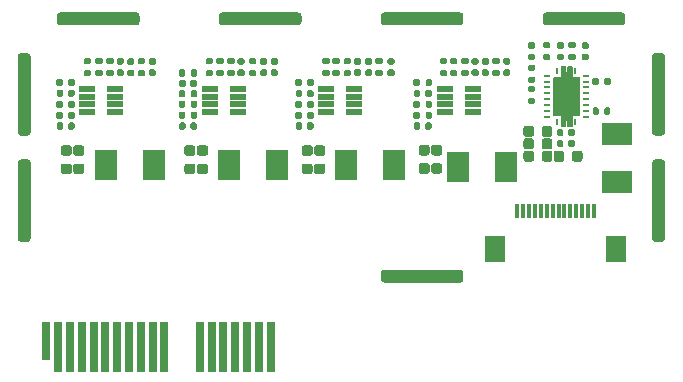
<source format=gbr>
G04 #@! TF.GenerationSoftware,KiCad,Pcbnew,(5.1.8)-1*
G04 #@! TF.CreationDate,2021-09-22T18:05:39+08:00*
G04 #@! TF.ProjectId,PowerSupply,506f7765-7253-4757-9070-6c792e6b6963,rev?*
G04 #@! TF.SameCoordinates,PX5e56640PY77750e0*
G04 #@! TF.FileFunction,Soldermask,Bot*
G04 #@! TF.FilePolarity,Negative*
%FSLAX46Y46*%
G04 Gerber Fmt 4.6, Leading zero omitted, Abs format (unit mm)*
G04 Created by KiCad (PCBNEW (5.1.8)-1) date 2021-09-22 18:05:39*
%MOMM*%
%LPD*%
G01*
G04 APERTURE LIST*
%ADD10C,0.010000*%
%ADD11R,2.050000X3.050000*%
%ADD12R,0.600000X0.240000*%
%ADD13R,0.240000X0.600000*%
%ADD14R,1.900000X2.500000*%
%ADD15R,1.340000X0.490000*%
%ADD16R,2.500000X1.900000*%
%ADD17R,0.300000X1.300000*%
%ADD18R,1.800000X2.200000*%
%ADD19R,0.700000X4.300000*%
%ADD20R,0.700000X3.200000*%
G04 APERTURE END LIST*
D10*
G04 #@! TO.C,U1*
G36*
X57547000Y27947000D02*
G01*
X57547000Y28720000D01*
X57546792Y28727955D01*
X57546167Y28735888D01*
X57545129Y28743778D01*
X57543678Y28751603D01*
X57541821Y28759340D01*
X57539561Y28766971D01*
X57536904Y28774472D01*
X57533859Y28781824D01*
X57530433Y28789007D01*
X57526636Y28796000D01*
X57522478Y28802785D01*
X57517971Y28809343D01*
X57513126Y28815657D01*
X57507958Y28821708D01*
X57502480Y28827480D01*
X57496708Y28832958D01*
X57490657Y28838126D01*
X57484343Y28842971D01*
X57477785Y28847478D01*
X57471000Y28851636D01*
X57464007Y28855433D01*
X57456824Y28858859D01*
X57449472Y28861904D01*
X57441971Y28864561D01*
X57434340Y28866821D01*
X57426603Y28868678D01*
X57418778Y28870129D01*
X57410888Y28871167D01*
X57402955Y28871792D01*
X57395000Y28872000D01*
X57295000Y28872000D01*
X57287045Y28871792D01*
X57279112Y28871167D01*
X57271222Y28870129D01*
X57263397Y28868678D01*
X57255660Y28866821D01*
X57248029Y28864561D01*
X57240528Y28861904D01*
X57233176Y28858859D01*
X57225993Y28855433D01*
X57219000Y28851636D01*
X57212215Y28847478D01*
X57205657Y28842971D01*
X57199343Y28838126D01*
X57193292Y28832958D01*
X57187520Y28827480D01*
X57182042Y28821708D01*
X57176874Y28815657D01*
X57172029Y28809343D01*
X57167522Y28802785D01*
X57163364Y28796000D01*
X57159567Y28789007D01*
X57156141Y28781824D01*
X57153096Y28774472D01*
X57150439Y28766971D01*
X57148179Y28759340D01*
X57146322Y28751603D01*
X57144871Y28743778D01*
X57143833Y28735888D01*
X57143208Y28727955D01*
X57143000Y28720000D01*
X57143000Y28347000D01*
X56998000Y28347000D01*
X56997000Y28347000D01*
X56997000Y28722000D01*
X56996794Y28729850D01*
X56996178Y28737679D01*
X56995153Y28745465D01*
X56993722Y28753187D01*
X56991889Y28760823D01*
X56989658Y28768353D01*
X56987037Y28775755D01*
X56984032Y28783010D01*
X56980651Y28790099D01*
X56976904Y28797000D01*
X56972801Y28803696D01*
X56968353Y28810168D01*
X56963572Y28816398D01*
X56958472Y28822370D01*
X56953066Y28828066D01*
X56947370Y28833472D01*
X56941398Y28838572D01*
X56935168Y28843353D01*
X56928696Y28847801D01*
X56922000Y28851904D01*
X56915099Y28855651D01*
X56908010Y28859032D01*
X56900755Y28862037D01*
X56893353Y28864658D01*
X56885823Y28866889D01*
X56878187Y28868722D01*
X56870465Y28870153D01*
X56862679Y28871178D01*
X56854850Y28871794D01*
X56847000Y28872000D01*
X56744000Y28872000D01*
X56736097Y28871793D01*
X56728216Y28871173D01*
X56720378Y28870141D01*
X56712605Y28868700D01*
X56704918Y28866855D01*
X56697338Y28864610D01*
X56689886Y28861971D01*
X56682583Y28858945D01*
X56675447Y28855542D01*
X56668500Y28851770D01*
X56661760Y28847639D01*
X56655244Y28843162D01*
X56648973Y28838349D01*
X56642961Y28833215D01*
X56637227Y28827773D01*
X56631785Y28822039D01*
X56626651Y28816027D01*
X56621838Y28809756D01*
X56617361Y28803240D01*
X56613230Y28796500D01*
X56609458Y28789553D01*
X56606055Y28782417D01*
X56603029Y28775114D01*
X56600390Y28767662D01*
X56598145Y28760082D01*
X56596300Y28752395D01*
X56594859Y28744622D01*
X56593827Y28736784D01*
X56593207Y28728903D01*
X56593000Y28721000D01*
X56593000Y27947000D01*
X56095000Y27947000D01*
X56087045Y27946792D01*
X56079112Y27946167D01*
X56071222Y27945129D01*
X56063397Y27943678D01*
X56055660Y27941821D01*
X56048029Y27939561D01*
X56040528Y27936904D01*
X56033176Y27933859D01*
X56025993Y27930433D01*
X56019000Y27926636D01*
X56012215Y27922478D01*
X56005657Y27917971D01*
X55999343Y27913126D01*
X55993292Y27907958D01*
X55987520Y27902480D01*
X55982042Y27896708D01*
X55976874Y27890657D01*
X55972029Y27884343D01*
X55967522Y27877785D01*
X55963364Y27871000D01*
X55959567Y27864007D01*
X55956141Y27856824D01*
X55953096Y27849472D01*
X55950439Y27841971D01*
X55948179Y27834340D01*
X55946322Y27826603D01*
X55944871Y27818778D01*
X55943833Y27810888D01*
X55943208Y27802955D01*
X55943000Y27795000D01*
X55943000Y24844000D01*
X55943206Y24836150D01*
X55943822Y24828321D01*
X55944847Y24820535D01*
X55946278Y24812813D01*
X55948111Y24805177D01*
X55950342Y24797647D01*
X55952963Y24790245D01*
X55955968Y24782990D01*
X55959349Y24775901D01*
X55963096Y24769000D01*
X55967199Y24762304D01*
X55971647Y24755832D01*
X55976428Y24749602D01*
X55981528Y24743630D01*
X55986934Y24737934D01*
X55992630Y24732528D01*
X55998602Y24727428D01*
X56004832Y24722647D01*
X56011304Y24718199D01*
X56018000Y24714096D01*
X56024901Y24710349D01*
X56031990Y24706968D01*
X56039245Y24703963D01*
X56046647Y24701342D01*
X56054177Y24699111D01*
X56061813Y24697278D01*
X56069535Y24695847D01*
X56077321Y24694822D01*
X56085150Y24694206D01*
X56093000Y24694000D01*
X56592000Y24694000D01*
X56592052Y24693999D01*
X56592105Y24693995D01*
X56592156Y24693988D01*
X56592208Y24693978D01*
X56592259Y24693966D01*
X56592309Y24693951D01*
X56592358Y24693934D01*
X56592407Y24693914D01*
X56592454Y24693891D01*
X56592500Y24693866D01*
X56592545Y24693839D01*
X56592588Y24693809D01*
X56592629Y24693777D01*
X56592669Y24693743D01*
X56592707Y24693707D01*
X56592743Y24693669D01*
X56592777Y24693629D01*
X56592809Y24693588D01*
X56592839Y24693545D01*
X56592866Y24693500D01*
X56592891Y24693454D01*
X56592914Y24693407D01*
X56592934Y24693358D01*
X56592951Y24693309D01*
X56592966Y24693259D01*
X56592978Y24693208D01*
X56592988Y24693156D01*
X56592995Y24693105D01*
X56592999Y24693052D01*
X56593000Y24693000D01*
X56593000Y23919000D01*
X56593206Y23911150D01*
X56593822Y23903321D01*
X56594847Y23895535D01*
X56596278Y23887813D01*
X56598111Y23880177D01*
X56600342Y23872647D01*
X56602963Y23865245D01*
X56605968Y23857990D01*
X56609349Y23850901D01*
X56613096Y23844000D01*
X56617199Y23837304D01*
X56621647Y23830832D01*
X56626428Y23824602D01*
X56631528Y23818630D01*
X56636934Y23812934D01*
X56642630Y23807528D01*
X56648602Y23802428D01*
X56654832Y23797647D01*
X56661304Y23793199D01*
X56668000Y23789096D01*
X56674901Y23785349D01*
X56681990Y23781968D01*
X56689245Y23778963D01*
X56696647Y23776342D01*
X56704177Y23774111D01*
X56711813Y23772278D01*
X56719535Y23770847D01*
X56727321Y23769822D01*
X56735150Y23769206D01*
X56743000Y23769000D01*
X56848000Y23769000D01*
X56855798Y23769204D01*
X56863575Y23769816D01*
X56871309Y23770834D01*
X56878979Y23772256D01*
X56886564Y23774077D01*
X56894044Y23776293D01*
X56901397Y23778897D01*
X56908604Y23781882D01*
X56915645Y23785240D01*
X56922500Y23788962D01*
X56929151Y23793038D01*
X56935580Y23797456D01*
X56941769Y23802205D01*
X56947700Y23807271D01*
X56953359Y23812641D01*
X56958729Y23818300D01*
X56963795Y23824231D01*
X56968544Y23830420D01*
X56972962Y23836849D01*
X56977038Y23843500D01*
X56980760Y23850355D01*
X56984118Y23857396D01*
X56987103Y23864603D01*
X56989707Y23871956D01*
X56991923Y23879436D01*
X56993744Y23887021D01*
X56995166Y23894691D01*
X56996184Y23902425D01*
X56996796Y23910202D01*
X56997000Y23918000D01*
X56997000Y24293000D01*
X57142000Y24293000D01*
X57142052Y24292999D01*
X57142105Y24292995D01*
X57142156Y24292988D01*
X57142208Y24292978D01*
X57142259Y24292966D01*
X57142309Y24292951D01*
X57142358Y24292934D01*
X57142407Y24292914D01*
X57142454Y24292891D01*
X57142500Y24292866D01*
X57142545Y24292839D01*
X57142588Y24292809D01*
X57142629Y24292777D01*
X57142669Y24292743D01*
X57142707Y24292707D01*
X57142743Y24292669D01*
X57142777Y24292629D01*
X57142809Y24292588D01*
X57142839Y24292545D01*
X57142866Y24292500D01*
X57142891Y24292454D01*
X57142914Y24292407D01*
X57142934Y24292358D01*
X57142951Y24292309D01*
X57142966Y24292259D01*
X57142978Y24292208D01*
X57142988Y24292156D01*
X57142995Y24292105D01*
X57142999Y24292052D01*
X57143000Y24292000D01*
X57143000Y23919000D01*
X57143206Y23911150D01*
X57143822Y23903321D01*
X57144847Y23895535D01*
X57146278Y23887813D01*
X57148111Y23880177D01*
X57150342Y23872647D01*
X57152963Y23865245D01*
X57155968Y23857990D01*
X57159349Y23850901D01*
X57163096Y23844000D01*
X57167199Y23837304D01*
X57171647Y23830832D01*
X57176428Y23824602D01*
X57181528Y23818630D01*
X57186934Y23812934D01*
X57192630Y23807528D01*
X57198602Y23802428D01*
X57204832Y23797647D01*
X57211304Y23793199D01*
X57218000Y23789096D01*
X57224901Y23785349D01*
X57231990Y23781968D01*
X57239245Y23778963D01*
X57246647Y23776342D01*
X57254177Y23774111D01*
X57261813Y23772278D01*
X57269535Y23770847D01*
X57277321Y23769822D01*
X57285150Y23769206D01*
X57293000Y23769000D01*
X57399000Y23769000D01*
X57406746Y23769203D01*
X57414470Y23769811D01*
X57422152Y23770822D01*
X57429771Y23772234D01*
X57437305Y23774043D01*
X57444735Y23776244D01*
X57452038Y23778830D01*
X57459197Y23781795D01*
X57466191Y23785131D01*
X57473000Y23788828D01*
X57479607Y23792877D01*
X57485992Y23797265D01*
X57492139Y23801982D01*
X57498031Y23807015D01*
X57503652Y23812348D01*
X57508985Y23817969D01*
X57514018Y23823861D01*
X57518735Y23830008D01*
X57523123Y23836393D01*
X57527172Y23843000D01*
X57530869Y23849809D01*
X57534205Y23856803D01*
X57537170Y23863962D01*
X57539756Y23871265D01*
X57541957Y23878695D01*
X57543766Y23886229D01*
X57545178Y23893848D01*
X57546189Y23901530D01*
X57546797Y23909254D01*
X57547000Y23917000D01*
X57547000Y24693000D01*
X58045000Y24693000D01*
X58052955Y24693208D01*
X58060888Y24693833D01*
X58068778Y24694871D01*
X58076603Y24696322D01*
X58084340Y24698179D01*
X58091971Y24700439D01*
X58099472Y24703096D01*
X58106824Y24706141D01*
X58114007Y24709567D01*
X58121000Y24713364D01*
X58127785Y24717522D01*
X58134343Y24722029D01*
X58140657Y24726874D01*
X58146708Y24732042D01*
X58152480Y24737520D01*
X58157958Y24743292D01*
X58163126Y24749343D01*
X58167971Y24755657D01*
X58172478Y24762215D01*
X58176636Y24769000D01*
X58180433Y24775993D01*
X58183859Y24783176D01*
X58186904Y24790528D01*
X58189561Y24798029D01*
X58191821Y24805660D01*
X58193678Y24813397D01*
X58195129Y24821222D01*
X58196167Y24829112D01*
X58196792Y24837045D01*
X58197000Y24845000D01*
X58197000Y27794000D01*
X58196792Y27801955D01*
X58196167Y27809888D01*
X58195129Y27817778D01*
X58193678Y27825603D01*
X58191821Y27833340D01*
X58189561Y27840971D01*
X58186904Y27848472D01*
X58183859Y27855824D01*
X58180433Y27863007D01*
X58176636Y27870000D01*
X58172478Y27876785D01*
X58167971Y27883343D01*
X58163126Y27889657D01*
X58157958Y27895708D01*
X58152480Y27901480D01*
X58146708Y27906958D01*
X58140657Y27912126D01*
X58134343Y27916971D01*
X58127785Y27921478D01*
X58121000Y27925636D01*
X58114007Y27929433D01*
X58106824Y27932859D01*
X58099472Y27935904D01*
X58091971Y27938561D01*
X58084340Y27940821D01*
X58076603Y27942678D01*
X58068778Y27944129D01*
X58060888Y27945167D01*
X58052955Y27945792D01*
X58045000Y27946000D01*
X57548000Y27946000D01*
X57547948Y27946001D01*
X57547895Y27946005D01*
X57547844Y27946012D01*
X57547792Y27946022D01*
X57547741Y27946034D01*
X57547691Y27946049D01*
X57547642Y27946066D01*
X57547593Y27946086D01*
X57547546Y27946109D01*
X57547500Y27946134D01*
X57547455Y27946161D01*
X57547412Y27946191D01*
X57547371Y27946223D01*
X57547331Y27946257D01*
X57547293Y27946293D01*
X57547257Y27946331D01*
X57547223Y27946371D01*
X57547191Y27946412D01*
X57547161Y27946455D01*
X57547134Y27946500D01*
X57547109Y27946546D01*
X57547086Y27946593D01*
X57547066Y27946642D01*
X57547049Y27946691D01*
X57547034Y27946741D01*
X57547022Y27946792D01*
X57547012Y27946844D01*
X57547005Y27946895D01*
X57547001Y27946948D01*
X57547000Y27947000D01*
G37*
X57547000Y27947000D02*
X57547000Y28720000D01*
X57546792Y28727955D01*
X57546167Y28735888D01*
X57545129Y28743778D01*
X57543678Y28751603D01*
X57541821Y28759340D01*
X57539561Y28766971D01*
X57536904Y28774472D01*
X57533859Y28781824D01*
X57530433Y28789007D01*
X57526636Y28796000D01*
X57522478Y28802785D01*
X57517971Y28809343D01*
X57513126Y28815657D01*
X57507958Y28821708D01*
X57502480Y28827480D01*
X57496708Y28832958D01*
X57490657Y28838126D01*
X57484343Y28842971D01*
X57477785Y28847478D01*
X57471000Y28851636D01*
X57464007Y28855433D01*
X57456824Y28858859D01*
X57449472Y28861904D01*
X57441971Y28864561D01*
X57434340Y28866821D01*
X57426603Y28868678D01*
X57418778Y28870129D01*
X57410888Y28871167D01*
X57402955Y28871792D01*
X57395000Y28872000D01*
X57295000Y28872000D01*
X57287045Y28871792D01*
X57279112Y28871167D01*
X57271222Y28870129D01*
X57263397Y28868678D01*
X57255660Y28866821D01*
X57248029Y28864561D01*
X57240528Y28861904D01*
X57233176Y28858859D01*
X57225993Y28855433D01*
X57219000Y28851636D01*
X57212215Y28847478D01*
X57205657Y28842971D01*
X57199343Y28838126D01*
X57193292Y28832958D01*
X57187520Y28827480D01*
X57182042Y28821708D01*
X57176874Y28815657D01*
X57172029Y28809343D01*
X57167522Y28802785D01*
X57163364Y28796000D01*
X57159567Y28789007D01*
X57156141Y28781824D01*
X57153096Y28774472D01*
X57150439Y28766971D01*
X57148179Y28759340D01*
X57146322Y28751603D01*
X57144871Y28743778D01*
X57143833Y28735888D01*
X57143208Y28727955D01*
X57143000Y28720000D01*
X57143000Y28347000D01*
X56998000Y28347000D01*
X56997000Y28347000D01*
X56997000Y28722000D01*
X56996794Y28729850D01*
X56996178Y28737679D01*
X56995153Y28745465D01*
X56993722Y28753187D01*
X56991889Y28760823D01*
X56989658Y28768353D01*
X56987037Y28775755D01*
X56984032Y28783010D01*
X56980651Y28790099D01*
X56976904Y28797000D01*
X56972801Y28803696D01*
X56968353Y28810168D01*
X56963572Y28816398D01*
X56958472Y28822370D01*
X56953066Y28828066D01*
X56947370Y28833472D01*
X56941398Y28838572D01*
X56935168Y28843353D01*
X56928696Y28847801D01*
X56922000Y28851904D01*
X56915099Y28855651D01*
X56908010Y28859032D01*
X56900755Y28862037D01*
X56893353Y28864658D01*
X56885823Y28866889D01*
X56878187Y28868722D01*
X56870465Y28870153D01*
X56862679Y28871178D01*
X56854850Y28871794D01*
X56847000Y28872000D01*
X56744000Y28872000D01*
X56736097Y28871793D01*
X56728216Y28871173D01*
X56720378Y28870141D01*
X56712605Y28868700D01*
X56704918Y28866855D01*
X56697338Y28864610D01*
X56689886Y28861971D01*
X56682583Y28858945D01*
X56675447Y28855542D01*
X56668500Y28851770D01*
X56661760Y28847639D01*
X56655244Y28843162D01*
X56648973Y28838349D01*
X56642961Y28833215D01*
X56637227Y28827773D01*
X56631785Y28822039D01*
X56626651Y28816027D01*
X56621838Y28809756D01*
X56617361Y28803240D01*
X56613230Y28796500D01*
X56609458Y28789553D01*
X56606055Y28782417D01*
X56603029Y28775114D01*
X56600390Y28767662D01*
X56598145Y28760082D01*
X56596300Y28752395D01*
X56594859Y28744622D01*
X56593827Y28736784D01*
X56593207Y28728903D01*
X56593000Y28721000D01*
X56593000Y27947000D01*
X56095000Y27947000D01*
X56087045Y27946792D01*
X56079112Y27946167D01*
X56071222Y27945129D01*
X56063397Y27943678D01*
X56055660Y27941821D01*
X56048029Y27939561D01*
X56040528Y27936904D01*
X56033176Y27933859D01*
X56025993Y27930433D01*
X56019000Y27926636D01*
X56012215Y27922478D01*
X56005657Y27917971D01*
X55999343Y27913126D01*
X55993292Y27907958D01*
X55987520Y27902480D01*
X55982042Y27896708D01*
X55976874Y27890657D01*
X55972029Y27884343D01*
X55967522Y27877785D01*
X55963364Y27871000D01*
X55959567Y27864007D01*
X55956141Y27856824D01*
X55953096Y27849472D01*
X55950439Y27841971D01*
X55948179Y27834340D01*
X55946322Y27826603D01*
X55944871Y27818778D01*
X55943833Y27810888D01*
X55943208Y27802955D01*
X55943000Y27795000D01*
X55943000Y24844000D01*
X55943206Y24836150D01*
X55943822Y24828321D01*
X55944847Y24820535D01*
X55946278Y24812813D01*
X55948111Y24805177D01*
X55950342Y24797647D01*
X55952963Y24790245D01*
X55955968Y24782990D01*
X55959349Y24775901D01*
X55963096Y24769000D01*
X55967199Y24762304D01*
X55971647Y24755832D01*
X55976428Y24749602D01*
X55981528Y24743630D01*
X55986934Y24737934D01*
X55992630Y24732528D01*
X55998602Y24727428D01*
X56004832Y24722647D01*
X56011304Y24718199D01*
X56018000Y24714096D01*
X56024901Y24710349D01*
X56031990Y24706968D01*
X56039245Y24703963D01*
X56046647Y24701342D01*
X56054177Y24699111D01*
X56061813Y24697278D01*
X56069535Y24695847D01*
X56077321Y24694822D01*
X56085150Y24694206D01*
X56093000Y24694000D01*
X56592000Y24694000D01*
X56592052Y24693999D01*
X56592105Y24693995D01*
X56592156Y24693988D01*
X56592208Y24693978D01*
X56592259Y24693966D01*
X56592309Y24693951D01*
X56592358Y24693934D01*
X56592407Y24693914D01*
X56592454Y24693891D01*
X56592500Y24693866D01*
X56592545Y24693839D01*
X56592588Y24693809D01*
X56592629Y24693777D01*
X56592669Y24693743D01*
X56592707Y24693707D01*
X56592743Y24693669D01*
X56592777Y24693629D01*
X56592809Y24693588D01*
X56592839Y24693545D01*
X56592866Y24693500D01*
X56592891Y24693454D01*
X56592914Y24693407D01*
X56592934Y24693358D01*
X56592951Y24693309D01*
X56592966Y24693259D01*
X56592978Y24693208D01*
X56592988Y24693156D01*
X56592995Y24693105D01*
X56592999Y24693052D01*
X56593000Y24693000D01*
X56593000Y23919000D01*
X56593206Y23911150D01*
X56593822Y23903321D01*
X56594847Y23895535D01*
X56596278Y23887813D01*
X56598111Y23880177D01*
X56600342Y23872647D01*
X56602963Y23865245D01*
X56605968Y23857990D01*
X56609349Y23850901D01*
X56613096Y23844000D01*
X56617199Y23837304D01*
X56621647Y23830832D01*
X56626428Y23824602D01*
X56631528Y23818630D01*
X56636934Y23812934D01*
X56642630Y23807528D01*
X56648602Y23802428D01*
X56654832Y23797647D01*
X56661304Y23793199D01*
X56668000Y23789096D01*
X56674901Y23785349D01*
X56681990Y23781968D01*
X56689245Y23778963D01*
X56696647Y23776342D01*
X56704177Y23774111D01*
X56711813Y23772278D01*
X56719535Y23770847D01*
X56727321Y23769822D01*
X56735150Y23769206D01*
X56743000Y23769000D01*
X56848000Y23769000D01*
X56855798Y23769204D01*
X56863575Y23769816D01*
X56871309Y23770834D01*
X56878979Y23772256D01*
X56886564Y23774077D01*
X56894044Y23776293D01*
X56901397Y23778897D01*
X56908604Y23781882D01*
X56915645Y23785240D01*
X56922500Y23788962D01*
X56929151Y23793038D01*
X56935580Y23797456D01*
X56941769Y23802205D01*
X56947700Y23807271D01*
X56953359Y23812641D01*
X56958729Y23818300D01*
X56963795Y23824231D01*
X56968544Y23830420D01*
X56972962Y23836849D01*
X56977038Y23843500D01*
X56980760Y23850355D01*
X56984118Y23857396D01*
X56987103Y23864603D01*
X56989707Y23871956D01*
X56991923Y23879436D01*
X56993744Y23887021D01*
X56995166Y23894691D01*
X56996184Y23902425D01*
X56996796Y23910202D01*
X56997000Y23918000D01*
X56997000Y24293000D01*
X57142000Y24293000D01*
X57142052Y24292999D01*
X57142105Y24292995D01*
X57142156Y24292988D01*
X57142208Y24292978D01*
X57142259Y24292966D01*
X57142309Y24292951D01*
X57142358Y24292934D01*
X57142407Y24292914D01*
X57142454Y24292891D01*
X57142500Y24292866D01*
X57142545Y24292839D01*
X57142588Y24292809D01*
X57142629Y24292777D01*
X57142669Y24292743D01*
X57142707Y24292707D01*
X57142743Y24292669D01*
X57142777Y24292629D01*
X57142809Y24292588D01*
X57142839Y24292545D01*
X57142866Y24292500D01*
X57142891Y24292454D01*
X57142914Y24292407D01*
X57142934Y24292358D01*
X57142951Y24292309D01*
X57142966Y24292259D01*
X57142978Y24292208D01*
X57142988Y24292156D01*
X57142995Y24292105D01*
X57142999Y24292052D01*
X57143000Y24292000D01*
X57143000Y23919000D01*
X57143206Y23911150D01*
X57143822Y23903321D01*
X57144847Y23895535D01*
X57146278Y23887813D01*
X57148111Y23880177D01*
X57150342Y23872647D01*
X57152963Y23865245D01*
X57155968Y23857990D01*
X57159349Y23850901D01*
X57163096Y23844000D01*
X57167199Y23837304D01*
X57171647Y23830832D01*
X57176428Y23824602D01*
X57181528Y23818630D01*
X57186934Y23812934D01*
X57192630Y23807528D01*
X57198602Y23802428D01*
X57204832Y23797647D01*
X57211304Y23793199D01*
X57218000Y23789096D01*
X57224901Y23785349D01*
X57231990Y23781968D01*
X57239245Y23778963D01*
X57246647Y23776342D01*
X57254177Y23774111D01*
X57261813Y23772278D01*
X57269535Y23770847D01*
X57277321Y23769822D01*
X57285150Y23769206D01*
X57293000Y23769000D01*
X57399000Y23769000D01*
X57406746Y23769203D01*
X57414470Y23769811D01*
X57422152Y23770822D01*
X57429771Y23772234D01*
X57437305Y23774043D01*
X57444735Y23776244D01*
X57452038Y23778830D01*
X57459197Y23781795D01*
X57466191Y23785131D01*
X57473000Y23788828D01*
X57479607Y23792877D01*
X57485992Y23797265D01*
X57492139Y23801982D01*
X57498031Y23807015D01*
X57503652Y23812348D01*
X57508985Y23817969D01*
X57514018Y23823861D01*
X57518735Y23830008D01*
X57523123Y23836393D01*
X57527172Y23843000D01*
X57530869Y23849809D01*
X57534205Y23856803D01*
X57537170Y23863962D01*
X57539756Y23871265D01*
X57541957Y23878695D01*
X57543766Y23886229D01*
X57545178Y23893848D01*
X57546189Y23901530D01*
X57546797Y23909254D01*
X57547000Y23917000D01*
X57547000Y24693000D01*
X58045000Y24693000D01*
X58052955Y24693208D01*
X58060888Y24693833D01*
X58068778Y24694871D01*
X58076603Y24696322D01*
X58084340Y24698179D01*
X58091971Y24700439D01*
X58099472Y24703096D01*
X58106824Y24706141D01*
X58114007Y24709567D01*
X58121000Y24713364D01*
X58127785Y24717522D01*
X58134343Y24722029D01*
X58140657Y24726874D01*
X58146708Y24732042D01*
X58152480Y24737520D01*
X58157958Y24743292D01*
X58163126Y24749343D01*
X58167971Y24755657D01*
X58172478Y24762215D01*
X58176636Y24769000D01*
X58180433Y24775993D01*
X58183859Y24783176D01*
X58186904Y24790528D01*
X58189561Y24798029D01*
X58191821Y24805660D01*
X58193678Y24813397D01*
X58195129Y24821222D01*
X58196167Y24829112D01*
X58196792Y24837045D01*
X58197000Y24845000D01*
X58197000Y27794000D01*
X58196792Y27801955D01*
X58196167Y27809888D01*
X58195129Y27817778D01*
X58193678Y27825603D01*
X58191821Y27833340D01*
X58189561Y27840971D01*
X58186904Y27848472D01*
X58183859Y27855824D01*
X58180433Y27863007D01*
X58176636Y27870000D01*
X58172478Y27876785D01*
X58167971Y27883343D01*
X58163126Y27889657D01*
X58157958Y27895708D01*
X58152480Y27901480D01*
X58146708Y27906958D01*
X58140657Y27912126D01*
X58134343Y27916971D01*
X58127785Y27921478D01*
X58121000Y27925636D01*
X58114007Y27929433D01*
X58106824Y27932859D01*
X58099472Y27935904D01*
X58091971Y27938561D01*
X58084340Y27940821D01*
X58076603Y27942678D01*
X58068778Y27944129D01*
X58060888Y27945167D01*
X58052955Y27945792D01*
X58045000Y27946000D01*
X57548000Y27946000D01*
X57547948Y27946001D01*
X57547895Y27946005D01*
X57547844Y27946012D01*
X57547792Y27946022D01*
X57547741Y27946034D01*
X57547691Y27946049D01*
X57547642Y27946066D01*
X57547593Y27946086D01*
X57547546Y27946109D01*
X57547500Y27946134D01*
X57547455Y27946161D01*
X57547412Y27946191D01*
X57547371Y27946223D01*
X57547331Y27946257D01*
X57547293Y27946293D01*
X57547257Y27946331D01*
X57547223Y27946371D01*
X57547191Y27946412D01*
X57547161Y27946455D01*
X57547134Y27946500D01*
X57547109Y27946546D01*
X57547086Y27946593D01*
X57547066Y27946642D01*
X57547049Y27946691D01*
X57547034Y27946741D01*
X57547022Y27946792D01*
X57547012Y27946844D01*
X57547005Y27946895D01*
X57547001Y27946948D01*
X57547000Y27947000D01*
G04 #@! TD*
D11*
G04 #@! TO.C,U1*
X57070000Y26320000D03*
D12*
X55420000Y28070000D03*
X55420000Y27570000D03*
X55420000Y27070000D03*
X55420000Y24570000D03*
X55420000Y25070000D03*
X55420000Y25570000D03*
X55420000Y26070000D03*
X55420000Y26570000D03*
X58720000Y28070000D03*
X58720000Y27570000D03*
X58720000Y27070000D03*
X58720000Y24570000D03*
X58720000Y25070000D03*
X58720000Y25570000D03*
X58720000Y26070000D03*
X58720000Y26570000D03*
D13*
X56320000Y24170000D03*
X57820000Y24170000D03*
X56320000Y28470000D03*
X57820000Y28470000D03*
G04 #@! TD*
G04 #@! TO.C,J10*
G36*
G01*
X11455000Y22980000D02*
X10905000Y22980000D01*
G75*
G02*
X10630000Y23255000I0J275000D01*
G01*
X10630000Y29705000D01*
G75*
G02*
X10905000Y29980000I275000J0D01*
G01*
X11455000Y29980000D01*
G75*
G02*
X11730000Y29705000I0J-275000D01*
G01*
X11730000Y23255000D01*
G75*
G02*
X11455000Y22980000I-275000J0D01*
G01*
G37*
G04 #@! TD*
G04 #@! TO.C,J9*
G36*
G01*
X41370000Y32595000D02*
X41370000Y33145000D01*
G75*
G02*
X41645000Y33420000I275000J0D01*
G01*
X48095000Y33420000D01*
G75*
G02*
X48370000Y33145000I0J-275000D01*
G01*
X48370000Y32595000D01*
G75*
G02*
X48095000Y32320000I-275000J0D01*
G01*
X41645000Y32320000D01*
G75*
G02*
X41370000Y32595000I0J275000D01*
G01*
G37*
G04 #@! TD*
G04 #@! TO.C,J8*
G36*
G01*
X41370000Y10815000D02*
X41370000Y11365000D01*
G75*
G02*
X41645000Y11640000I275000J0D01*
G01*
X48095000Y11640000D01*
G75*
G02*
X48370000Y11365000I0J-275000D01*
G01*
X48370000Y10815000D01*
G75*
G02*
X48095000Y10540000I-275000J0D01*
G01*
X41645000Y10540000D01*
G75*
G02*
X41370000Y10815000I0J275000D01*
G01*
G37*
G04 #@! TD*
G04 #@! TO.C,J7*
G36*
G01*
X11455000Y13980000D02*
X10905000Y13980000D01*
G75*
G02*
X10630000Y14255000I0J275000D01*
G01*
X10630000Y20705000D01*
G75*
G02*
X10905000Y20980000I275000J0D01*
G01*
X11455000Y20980000D01*
G75*
G02*
X11730000Y20705000I0J-275000D01*
G01*
X11730000Y14255000D01*
G75*
G02*
X11455000Y13980000I-275000J0D01*
G01*
G37*
G04 #@! TD*
G04 #@! TO.C,J6*
G36*
G01*
X65165000Y22980000D02*
X64615000Y22980000D01*
G75*
G02*
X64340000Y23255000I0J275000D01*
G01*
X64340000Y29705000D01*
G75*
G02*
X64615000Y29980000I275000J0D01*
G01*
X65165000Y29980000D01*
G75*
G02*
X65440000Y29705000I0J-275000D01*
G01*
X65440000Y23255000D01*
G75*
G02*
X65165000Y22980000I-275000J0D01*
G01*
G37*
G04 #@! TD*
G04 #@! TO.C,J5*
G36*
G01*
X27660000Y32595000D02*
X27660000Y33145000D01*
G75*
G02*
X27935000Y33420000I275000J0D01*
G01*
X34385000Y33420000D01*
G75*
G02*
X34660000Y33145000I0J-275000D01*
G01*
X34660000Y32595000D01*
G75*
G02*
X34385000Y32320000I-275000J0D01*
G01*
X27935000Y32320000D01*
G75*
G02*
X27660000Y32595000I0J275000D01*
G01*
G37*
G04 #@! TD*
G04 #@! TO.C,J4*
G36*
G01*
X55080000Y32595000D02*
X55080000Y33145000D01*
G75*
G02*
X55355000Y33420000I275000J0D01*
G01*
X61805000Y33420000D01*
G75*
G02*
X62080000Y33145000I0J-275000D01*
G01*
X62080000Y32595000D01*
G75*
G02*
X61805000Y32320000I-275000J0D01*
G01*
X55355000Y32320000D01*
G75*
G02*
X55080000Y32595000I0J275000D01*
G01*
G37*
G04 #@! TD*
G04 #@! TO.C,J3*
G36*
G01*
X65175000Y13980000D02*
X64625000Y13980000D01*
G75*
G02*
X64350000Y14255000I0J275000D01*
G01*
X64350000Y20705000D01*
G75*
G02*
X64625000Y20980000I275000J0D01*
G01*
X65175000Y20980000D01*
G75*
G02*
X65450000Y20705000I0J-275000D01*
G01*
X65450000Y14255000D01*
G75*
G02*
X65175000Y13980000I-275000J0D01*
G01*
G37*
G04 #@! TD*
G04 #@! TO.C,J2*
G36*
G01*
X13950000Y32595000D02*
X13950000Y33145000D01*
G75*
G02*
X14225000Y33420000I275000J0D01*
G01*
X20675000Y33420000D01*
G75*
G02*
X20950000Y33145000I0J-275000D01*
G01*
X20950000Y32595000D01*
G75*
G02*
X20675000Y32320000I-275000J0D01*
G01*
X14225000Y32320000D01*
G75*
G02*
X13950000Y32595000I0J275000D01*
G01*
G37*
G04 #@! TD*
D14*
G04 #@! TO.C,L4*
X38390000Y20460000D03*
X42490000Y20460000D03*
G04 #@! TD*
D15*
G04 #@! TO.C,3V3*
X49150001Y26945000D03*
X49150001Y26295000D03*
X49150001Y25645000D03*
X49150001Y24995000D03*
X46770001Y24995000D03*
X46770001Y25645000D03*
X46770001Y26295000D03*
X46770001Y26945000D03*
G04 #@! TD*
G04 #@! TO.C,C16*
G36*
G01*
X35390000Y21275000D02*
X34890000Y21275000D01*
G75*
G02*
X34665000Y21500000I0J225000D01*
G01*
X34665000Y21950000D01*
G75*
G02*
X34890000Y22175000I225000J0D01*
G01*
X35390000Y22175000D01*
G75*
G02*
X35615000Y21950000I0J-225000D01*
G01*
X35615000Y21500000D01*
G75*
G02*
X35390000Y21275000I-225000J0D01*
G01*
G37*
G36*
G01*
X35390000Y19725000D02*
X34890000Y19725000D01*
G75*
G02*
X34665000Y19950000I0J225000D01*
G01*
X34665000Y20400000D01*
G75*
G02*
X34890000Y20625000I225000J0D01*
G01*
X35390000Y20625000D01*
G75*
G02*
X35615000Y20400000I0J-225000D01*
G01*
X35615000Y19950000D01*
G75*
G02*
X35390000Y19725000I-225000J0D01*
G01*
G37*
G04 #@! TD*
D14*
G04 #@! TO.C,L6*
X18080000Y20460000D03*
X22180000Y20460000D03*
G04 #@! TD*
G04 #@! TO.C,L5*
X28520000Y20460000D03*
X32620000Y20460000D03*
G04 #@! TD*
G04 #@! TO.C,L3*
X47880000Y20350000D03*
X51980000Y20350000D03*
G04 #@! TD*
D16*
G04 #@! TO.C,L1*
X61350000Y23150000D03*
X61350000Y19050000D03*
G04 #@! TD*
G04 #@! TO.C,C42*
G36*
G01*
X55005000Y20990000D02*
X55005000Y21490000D01*
G75*
G02*
X55230000Y21715000I225000J0D01*
G01*
X55680000Y21715000D01*
G75*
G02*
X55905000Y21490000I0J-225000D01*
G01*
X55905000Y20990000D01*
G75*
G02*
X55680000Y20765000I-225000J0D01*
G01*
X55230000Y20765000D01*
G75*
G02*
X55005000Y20990000I0J225000D01*
G01*
G37*
G36*
G01*
X53455000Y20990000D02*
X53455000Y21490000D01*
G75*
G02*
X53680000Y21715000I225000J0D01*
G01*
X54130000Y21715000D01*
G75*
G02*
X54355000Y21490000I0J-225000D01*
G01*
X54355000Y20990000D01*
G75*
G02*
X54130000Y20765000I-225000J0D01*
G01*
X53680000Y20765000D01*
G75*
G02*
X53455000Y20990000I0J225000D01*
G01*
G37*
G04 #@! TD*
D17*
G04 #@! TO.C,J1*
X52920000Y16605000D03*
X53420000Y16605000D03*
X53920000Y16605000D03*
X54420000Y16605000D03*
X54920000Y16605000D03*
X55420000Y16605000D03*
X55920000Y16605000D03*
X56420000Y16605000D03*
X56920000Y16605000D03*
X57420000Y16605000D03*
X57920000Y16605000D03*
X58420000Y16605000D03*
X58920000Y16605000D03*
X59420000Y16605000D03*
D18*
X61320000Y13355000D03*
X51020000Y13355000D03*
G04 #@! TD*
G04 #@! TO.C,R34*
G36*
G01*
X57745000Y30370000D02*
X57375000Y30370000D01*
G75*
G02*
X57240000Y30505000I0J135000D01*
G01*
X57240000Y30775000D01*
G75*
G02*
X57375000Y30910000I135000J0D01*
G01*
X57745000Y30910000D01*
G75*
G02*
X57880000Y30775000I0J-135000D01*
G01*
X57880000Y30505000D01*
G75*
G02*
X57745000Y30370000I-135000J0D01*
G01*
G37*
G36*
G01*
X57745000Y29350000D02*
X57375000Y29350000D01*
G75*
G02*
X57240000Y29485000I0J135000D01*
G01*
X57240000Y29755000D01*
G75*
G02*
X57375000Y29890000I135000J0D01*
G01*
X57745000Y29890000D01*
G75*
G02*
X57880000Y29755000I0J-135000D01*
G01*
X57880000Y29485000D01*
G75*
G02*
X57745000Y29350000I-135000J0D01*
G01*
G37*
G04 #@! TD*
G04 #@! TO.C,R8*
G36*
G01*
X53955000Y26190000D02*
X54325000Y26190000D01*
G75*
G02*
X54460000Y26055000I0J-135000D01*
G01*
X54460000Y25785000D01*
G75*
G02*
X54325000Y25650000I-135000J0D01*
G01*
X53955000Y25650000D01*
G75*
G02*
X53820000Y25785000I0J135000D01*
G01*
X53820000Y26055000D01*
G75*
G02*
X53955000Y26190000I135000J0D01*
G01*
G37*
G36*
G01*
X53955000Y27210000D02*
X54325000Y27210000D01*
G75*
G02*
X54460000Y27075000I0J-135000D01*
G01*
X54460000Y26805000D01*
G75*
G02*
X54325000Y26670000I-135000J0D01*
G01*
X53955000Y26670000D01*
G75*
G02*
X53820000Y26805000I0J135000D01*
G01*
X53820000Y27075000D01*
G75*
G02*
X53955000Y27210000I135000J0D01*
G01*
G37*
G04 #@! TD*
G04 #@! TO.C,R7*
G36*
G01*
X60300000Y27385000D02*
X60300000Y27755000D01*
G75*
G02*
X60435000Y27890000I135000J0D01*
G01*
X60705000Y27890000D01*
G75*
G02*
X60840000Y27755000I0J-135000D01*
G01*
X60840000Y27385000D01*
G75*
G02*
X60705000Y27250000I-135000J0D01*
G01*
X60435000Y27250000D01*
G75*
G02*
X60300000Y27385000I0J135000D01*
G01*
G37*
G36*
G01*
X59280000Y27385000D02*
X59280000Y27755000D01*
G75*
G02*
X59415000Y27890000I135000J0D01*
G01*
X59685000Y27890000D01*
G75*
G02*
X59820000Y27755000I0J-135000D01*
G01*
X59820000Y27385000D01*
G75*
G02*
X59685000Y27250000I-135000J0D01*
G01*
X59415000Y27250000D01*
G75*
G02*
X59280000Y27385000I0J135000D01*
G01*
G37*
G04 #@! TD*
G04 #@! TO.C,R2*
G36*
G01*
X55605000Y29350000D02*
X55235000Y29350000D01*
G75*
G02*
X55100000Y29485000I0J135000D01*
G01*
X55100000Y29755000D01*
G75*
G02*
X55235000Y29890000I135000J0D01*
G01*
X55605000Y29890000D01*
G75*
G02*
X55740000Y29755000I0J-135000D01*
G01*
X55740000Y29485000D01*
G75*
G02*
X55605000Y29350000I-135000J0D01*
G01*
G37*
G36*
G01*
X55605000Y30370000D02*
X55235000Y30370000D01*
G75*
G02*
X55100000Y30505000I0J135000D01*
G01*
X55100000Y30775000D01*
G75*
G02*
X55235000Y30910000I135000J0D01*
G01*
X55605000Y30910000D01*
G75*
G02*
X55740000Y30775000I0J-135000D01*
G01*
X55740000Y30505000D01*
G75*
G02*
X55605000Y30370000I-135000J0D01*
G01*
G37*
G04 #@! TD*
G04 #@! TO.C,R1*
G36*
G01*
X54325000Y28460000D02*
X53955000Y28460000D01*
G75*
G02*
X53820000Y28595000I0J135000D01*
G01*
X53820000Y28865000D01*
G75*
G02*
X53955000Y29000000I135000J0D01*
G01*
X54325000Y29000000D01*
G75*
G02*
X54460000Y28865000I0J-135000D01*
G01*
X54460000Y28595000D01*
G75*
G02*
X54325000Y28460000I-135000J0D01*
G01*
G37*
G36*
G01*
X54325000Y27440000D02*
X53955000Y27440000D01*
G75*
G02*
X53820000Y27575000I0J135000D01*
G01*
X53820000Y27845000D01*
G75*
G02*
X53955000Y27980000I135000J0D01*
G01*
X54325000Y27980000D01*
G75*
G02*
X54460000Y27845000I0J-135000D01*
G01*
X54460000Y27575000D01*
G75*
G02*
X54325000Y27440000I-135000J0D01*
G01*
G37*
G04 #@! TD*
G04 #@! TO.C,C41*
G36*
G01*
X54995000Y22039999D02*
X54995000Y22539999D01*
G75*
G02*
X55220000Y22764999I225000J0D01*
G01*
X55670000Y22764999D01*
G75*
G02*
X55895000Y22539999I0J-225000D01*
G01*
X55895000Y22039999D01*
G75*
G02*
X55670000Y21814999I-225000J0D01*
G01*
X55220000Y21814999D01*
G75*
G02*
X54995000Y22039999I0J225000D01*
G01*
G37*
G36*
G01*
X53445000Y22039999D02*
X53445000Y22539999D01*
G75*
G02*
X53670000Y22764999I225000J0D01*
G01*
X54120000Y22764999D01*
G75*
G02*
X54345000Y22539999I0J-225000D01*
G01*
X54345000Y22039999D01*
G75*
G02*
X54120000Y21814999I-225000J0D01*
G01*
X53670000Y21814999D01*
G75*
G02*
X53445000Y22039999I0J225000D01*
G01*
G37*
G04 #@! TD*
G04 #@! TO.C,C40*
G36*
G01*
X54994999Y23100000D02*
X54994999Y23600000D01*
G75*
G02*
X55219999Y23825000I225000J0D01*
G01*
X55669999Y23825000D01*
G75*
G02*
X55894999Y23600000I0J-225000D01*
G01*
X55894999Y23100000D01*
G75*
G02*
X55669999Y22875000I-225000J0D01*
G01*
X55219999Y22875000D01*
G75*
G02*
X54994999Y23100000I0J225000D01*
G01*
G37*
G36*
G01*
X53444999Y23100000D02*
X53444999Y23600000D01*
G75*
G02*
X53669999Y23825000I225000J0D01*
G01*
X54119999Y23825000D01*
G75*
G02*
X54344999Y23600000I0J-225000D01*
G01*
X54344999Y23100000D01*
G75*
G02*
X54119999Y22875000I-225000J0D01*
G01*
X53669999Y22875000D01*
G75*
G02*
X53444999Y23100000I0J225000D01*
G01*
G37*
G04 #@! TD*
G04 #@! TO.C,C39*
G36*
G01*
X60260000Y24890000D02*
X60260000Y25230000D01*
G75*
G02*
X60400000Y25370000I140000J0D01*
G01*
X60680000Y25370000D01*
G75*
G02*
X60820000Y25230000I0J-140000D01*
G01*
X60820000Y24890000D01*
G75*
G02*
X60680000Y24750000I-140000J0D01*
G01*
X60400000Y24750000D01*
G75*
G02*
X60260000Y24890000I0J140000D01*
G01*
G37*
G36*
G01*
X59300000Y24890000D02*
X59300000Y25230000D01*
G75*
G02*
X59440000Y25370000I140000J0D01*
G01*
X59720000Y25370000D01*
G75*
G02*
X59860000Y25230000I0J-140000D01*
G01*
X59860000Y24890000D01*
G75*
G02*
X59720000Y24750000I-140000J0D01*
G01*
X59440000Y24750000D01*
G75*
G02*
X59300000Y24890000I0J140000D01*
G01*
G37*
G04 #@! TD*
G04 #@! TO.C,C6*
G36*
G01*
X56840000Y23410000D02*
X56840000Y23070000D01*
G75*
G02*
X56700000Y22930000I-140000J0D01*
G01*
X56420000Y22930000D01*
G75*
G02*
X56280000Y23070000I0J140000D01*
G01*
X56280000Y23410000D01*
G75*
G02*
X56420000Y23550000I140000J0D01*
G01*
X56700000Y23550000D01*
G75*
G02*
X56840000Y23410000I0J-140000D01*
G01*
G37*
G36*
G01*
X57800000Y23410000D02*
X57800000Y23070000D01*
G75*
G02*
X57660000Y22930000I-140000J0D01*
G01*
X57380000Y22930000D01*
G75*
G02*
X57240000Y23070000I0J140000D01*
G01*
X57240000Y23410000D01*
G75*
G02*
X57380000Y23550000I140000J0D01*
G01*
X57660000Y23550000D01*
G75*
G02*
X57800000Y23410000I0J-140000D01*
G01*
G37*
G04 #@! TD*
G04 #@! TO.C,C5*
G36*
G01*
X54310000Y29370000D02*
X53970000Y29370000D01*
G75*
G02*
X53830000Y29510000I0J140000D01*
G01*
X53830000Y29790000D01*
G75*
G02*
X53970000Y29930000I140000J0D01*
G01*
X54310000Y29930000D01*
G75*
G02*
X54450000Y29790000I0J-140000D01*
G01*
X54450000Y29510000D01*
G75*
G02*
X54310000Y29370000I-140000J0D01*
G01*
G37*
G36*
G01*
X54310000Y30330000D02*
X53970000Y30330000D01*
G75*
G02*
X53830000Y30470000I0J140000D01*
G01*
X53830000Y30750000D01*
G75*
G02*
X53970000Y30890000I140000J0D01*
G01*
X54310000Y30890000D01*
G75*
G02*
X54450000Y30750000I0J-140000D01*
G01*
X54450000Y30470000D01*
G75*
G02*
X54310000Y30330000I-140000J0D01*
G01*
G37*
G04 #@! TD*
G04 #@! TO.C,C4*
G36*
G01*
X58850000Y30330000D02*
X58510000Y30330000D01*
G75*
G02*
X58370000Y30470000I0J140000D01*
G01*
X58370000Y30750000D01*
G75*
G02*
X58510000Y30890000I140000J0D01*
G01*
X58850000Y30890000D01*
G75*
G02*
X58990000Y30750000I0J-140000D01*
G01*
X58990000Y30470000D01*
G75*
G02*
X58850000Y30330000I-140000J0D01*
G01*
G37*
G36*
G01*
X58850000Y29370000D02*
X58510000Y29370000D01*
G75*
G02*
X58370000Y29510000I0J140000D01*
G01*
X58370000Y29790000D01*
G75*
G02*
X58510000Y29930000I140000J0D01*
G01*
X58850000Y29930000D01*
G75*
G02*
X58990000Y29790000I0J-140000D01*
G01*
X58990000Y29510000D01*
G75*
G02*
X58850000Y29370000I-140000J0D01*
G01*
G37*
G04 #@! TD*
G04 #@! TO.C,C3*
G36*
G01*
X56430000Y29930000D02*
X56770000Y29930000D01*
G75*
G02*
X56910000Y29790000I0J-140000D01*
G01*
X56910000Y29510000D01*
G75*
G02*
X56770000Y29370000I-140000J0D01*
G01*
X56430000Y29370000D01*
G75*
G02*
X56290000Y29510000I0J140000D01*
G01*
X56290000Y29790000D01*
G75*
G02*
X56430000Y29930000I140000J0D01*
G01*
G37*
G36*
G01*
X56430000Y30890000D02*
X56770000Y30890000D01*
G75*
G02*
X56910000Y30750000I0J-140000D01*
G01*
X56910000Y30470000D01*
G75*
G02*
X56770000Y30330000I-140000J0D01*
G01*
X56430000Y30330000D01*
G75*
G02*
X56290000Y30470000I0J140000D01*
G01*
X56290000Y30750000D01*
G75*
G02*
X56430000Y30890000I140000J0D01*
G01*
G37*
G04 #@! TD*
G04 #@! TO.C,C2*
G36*
G01*
X56840000Y22490000D02*
X56840000Y22150000D01*
G75*
G02*
X56700000Y22010000I-140000J0D01*
G01*
X56420000Y22010000D01*
G75*
G02*
X56280000Y22150000I0J140000D01*
G01*
X56280000Y22490000D01*
G75*
G02*
X56420000Y22630000I140000J0D01*
G01*
X56700000Y22630000D01*
G75*
G02*
X56840000Y22490000I0J-140000D01*
G01*
G37*
G36*
G01*
X57800000Y22490000D02*
X57800000Y22150000D01*
G75*
G02*
X57660000Y22010000I-140000J0D01*
G01*
X57380000Y22010000D01*
G75*
G02*
X57240000Y22150000I0J140000D01*
G01*
X57240000Y22490000D01*
G75*
G02*
X57380000Y22630000I140000J0D01*
G01*
X57660000Y22630000D01*
G75*
G02*
X57800000Y22490000I0J-140000D01*
G01*
G37*
G04 #@! TD*
G04 #@! TO.C,C1*
G36*
G01*
X56905000Y21490000D02*
X56905000Y20990000D01*
G75*
G02*
X56680000Y20765000I-225000J0D01*
G01*
X56230000Y20765000D01*
G75*
G02*
X56005000Y20990000I0J225000D01*
G01*
X56005000Y21490000D01*
G75*
G02*
X56230000Y21715000I225000J0D01*
G01*
X56680000Y21715000D01*
G75*
G02*
X56905000Y21490000I0J-225000D01*
G01*
G37*
G36*
G01*
X58455000Y21490000D02*
X58455000Y20990000D01*
G75*
G02*
X58230000Y20765000I-225000J0D01*
G01*
X57780000Y20765000D01*
G75*
G02*
X57555000Y20990000I0J225000D01*
G01*
X57555000Y21490000D01*
G75*
G02*
X57780000Y21715000I225000J0D01*
G01*
X58230000Y21715000D01*
G75*
G02*
X58455000Y21490000I0J-225000D01*
G01*
G37*
G04 #@! TD*
D19*
G04 #@! TO.C,PCI1*
X27050000Y5050000D03*
X26050000Y5050000D03*
X32050000Y5050000D03*
X31050000Y5050000D03*
X30050000Y5050000D03*
X29050000Y5050000D03*
X28050000Y5050000D03*
X23050000Y5050000D03*
X22050000Y5050000D03*
X21050000Y5050000D03*
X20050000Y5050000D03*
X19050000Y5050000D03*
X18050000Y5050000D03*
X17050000Y5050000D03*
X16050000Y5050000D03*
X15050000Y5050000D03*
X14050000Y5050000D03*
D20*
X13050000Y5600000D03*
G04 #@! TD*
G04 #@! TO.C,C32*
G36*
G01*
X15005001Y21275000D02*
X14505001Y21275000D01*
G75*
G02*
X14280001Y21500000I0J225000D01*
G01*
X14280001Y21950000D01*
G75*
G02*
X14505001Y22175000I225000J0D01*
G01*
X15005001Y22175000D01*
G75*
G02*
X15230001Y21950000I0J-225000D01*
G01*
X15230001Y21500000D01*
G75*
G02*
X15005001Y21275000I-225000J0D01*
G01*
G37*
G36*
G01*
X15005001Y19725000D02*
X14505001Y19725000D01*
G75*
G02*
X14280001Y19950000I0J225000D01*
G01*
X14280001Y20400000D01*
G75*
G02*
X14505001Y20625000I225000J0D01*
G01*
X15005001Y20625000D01*
G75*
G02*
X15230001Y20400000I0J-225000D01*
G01*
X15230001Y19950000D01*
G75*
G02*
X15005001Y19725000I-225000J0D01*
G01*
G37*
G04 #@! TD*
G04 #@! TO.C,C31*
G36*
G01*
X16055000Y21275000D02*
X15555000Y21275000D01*
G75*
G02*
X15330000Y21500000I0J225000D01*
G01*
X15330000Y21950000D01*
G75*
G02*
X15555000Y22175000I225000J0D01*
G01*
X16055000Y22175000D01*
G75*
G02*
X16280000Y21950000I0J-225000D01*
G01*
X16280000Y21500000D01*
G75*
G02*
X16055000Y21275000I-225000J0D01*
G01*
G37*
G36*
G01*
X16055000Y19725000D02*
X15555000Y19725000D01*
G75*
G02*
X15330000Y19950000I0J225000D01*
G01*
X15330000Y20400000D01*
G75*
G02*
X15555000Y20625000I225000J0D01*
G01*
X16055000Y20625000D01*
G75*
G02*
X16280000Y20400000I0J-225000D01*
G01*
X16280000Y19950000D01*
G75*
G02*
X16055000Y19725000I-225000J0D01*
G01*
G37*
G04 #@! TD*
G04 #@! TO.C,C30*
G36*
G01*
X26530000Y21275000D02*
X26030000Y21275000D01*
G75*
G02*
X25805000Y21500000I0J225000D01*
G01*
X25805000Y21950000D01*
G75*
G02*
X26030000Y22175000I225000J0D01*
G01*
X26530000Y22175000D01*
G75*
G02*
X26755000Y21950000I0J-225000D01*
G01*
X26755000Y21500000D01*
G75*
G02*
X26530000Y21275000I-225000J0D01*
G01*
G37*
G36*
G01*
X26530000Y19725000D02*
X26030000Y19725000D01*
G75*
G02*
X25805000Y19950000I0J225000D01*
G01*
X25805000Y20400000D01*
G75*
G02*
X26030000Y20625000I225000J0D01*
G01*
X26530000Y20625000D01*
G75*
G02*
X26755000Y20400000I0J-225000D01*
G01*
X26755000Y19950000D01*
G75*
G02*
X26530000Y19725000I-225000J0D01*
G01*
G37*
G04 #@! TD*
G04 #@! TO.C,C29*
G36*
G01*
X25454999Y21275000D02*
X24954999Y21275000D01*
G75*
G02*
X24729999Y21500000I0J225000D01*
G01*
X24729999Y21950000D01*
G75*
G02*
X24954999Y22175000I225000J0D01*
G01*
X25454999Y22175000D01*
G75*
G02*
X25679999Y21950000I0J-225000D01*
G01*
X25679999Y21500000D01*
G75*
G02*
X25454999Y21275000I-225000J0D01*
G01*
G37*
G36*
G01*
X25454999Y19725000D02*
X24954999Y19725000D01*
G75*
G02*
X24729999Y19950000I0J225000D01*
G01*
X24729999Y20400000D01*
G75*
G02*
X24954999Y20625000I225000J0D01*
G01*
X25454999Y20625000D01*
G75*
G02*
X25679999Y20400000I0J-225000D01*
G01*
X25679999Y19950000D01*
G75*
G02*
X25454999Y19725000I-225000J0D01*
G01*
G37*
G04 #@! TD*
G04 #@! TO.C,C15*
G36*
G01*
X36450000Y21275000D02*
X35950000Y21275000D01*
G75*
G02*
X35725000Y21500000I0J225000D01*
G01*
X35725000Y21950000D01*
G75*
G02*
X35950000Y22175000I225000J0D01*
G01*
X36450000Y22175000D01*
G75*
G02*
X36675000Y21950000I0J-225000D01*
G01*
X36675000Y21500000D01*
G75*
G02*
X36450000Y21275000I-225000J0D01*
G01*
G37*
G36*
G01*
X36450000Y19725000D02*
X35950000Y19725000D01*
G75*
G02*
X35725000Y19950000I0J225000D01*
G01*
X35725000Y20400000D01*
G75*
G02*
X35950000Y20625000I225000J0D01*
G01*
X36450000Y20625000D01*
G75*
G02*
X36675000Y20400000I0J-225000D01*
G01*
X36675000Y19950000D01*
G75*
G02*
X36450000Y19725000I-225000J0D01*
G01*
G37*
G04 #@! TD*
G04 #@! TO.C,C14*
G36*
G01*
X45295000Y21305000D02*
X44795000Y21305000D01*
G75*
G02*
X44570000Y21530000I0J225000D01*
G01*
X44570000Y21980000D01*
G75*
G02*
X44795000Y22205000I225000J0D01*
G01*
X45295000Y22205000D01*
G75*
G02*
X45520000Y21980000I0J-225000D01*
G01*
X45520000Y21530000D01*
G75*
G02*
X45295000Y21305000I-225000J0D01*
G01*
G37*
G36*
G01*
X45295000Y19755000D02*
X44795000Y19755000D01*
G75*
G02*
X44570000Y19980000I0J225000D01*
G01*
X44570000Y20430000D01*
G75*
G02*
X44795000Y20655000I225000J0D01*
G01*
X45295000Y20655000D01*
G75*
G02*
X45520000Y20430000I0J-225000D01*
G01*
X45520000Y19980000D01*
G75*
G02*
X45295000Y19755000I-225000J0D01*
G01*
G37*
G04 #@! TD*
G04 #@! TO.C,C13*
G36*
G01*
X46355000Y21305000D02*
X45855000Y21305000D01*
G75*
G02*
X45630000Y21530000I0J225000D01*
G01*
X45630000Y21980000D01*
G75*
G02*
X45855000Y22205000I225000J0D01*
G01*
X46355000Y22205000D01*
G75*
G02*
X46580000Y21980000I0J-225000D01*
G01*
X46580000Y21530000D01*
G75*
G02*
X46355000Y21305000I-225000J0D01*
G01*
G37*
G36*
G01*
X46355000Y19755000D02*
X45855000Y19755000D01*
G75*
G02*
X45630000Y19980000I0J225000D01*
G01*
X45630000Y20430000D01*
G75*
G02*
X45855000Y20655000I225000J0D01*
G01*
X46355000Y20655000D01*
G75*
G02*
X46580000Y20430000I0J-225000D01*
G01*
X46580000Y19980000D01*
G75*
G02*
X46355000Y19755000I-225000J0D01*
G01*
G37*
G04 #@! TD*
G04 #@! TO.C,R33*
G36*
G01*
X27045000Y29030000D02*
X26675000Y29030000D01*
G75*
G02*
X26540000Y29165000I0J135000D01*
G01*
X26540000Y29435000D01*
G75*
G02*
X26675000Y29570000I135000J0D01*
G01*
X27045000Y29570000D01*
G75*
G02*
X27180000Y29435000I0J-135000D01*
G01*
X27180000Y29165000D01*
G75*
G02*
X27045000Y29030000I-135000J0D01*
G01*
G37*
G36*
G01*
X27045000Y28010000D02*
X26675000Y28010000D01*
G75*
G02*
X26540000Y28145000I0J135000D01*
G01*
X26540000Y28415000D01*
G75*
G02*
X26675000Y28550000I135000J0D01*
G01*
X27045000Y28550000D01*
G75*
G02*
X27180000Y28415000I0J-135000D01*
G01*
X27180000Y28145000D01*
G75*
G02*
X27045000Y28010000I-135000J0D01*
G01*
G37*
G04 #@! TD*
G04 #@! TO.C,R32*
G36*
G01*
X25290000Y28115000D02*
X25290000Y28485000D01*
G75*
G02*
X25425000Y28620000I135000J0D01*
G01*
X25695000Y28620000D01*
G75*
G02*
X25830000Y28485000I0J-135000D01*
G01*
X25830000Y28115000D01*
G75*
G02*
X25695000Y27980000I-135000J0D01*
G01*
X25425000Y27980000D01*
G75*
G02*
X25290000Y28115000I0J135000D01*
G01*
G37*
G36*
G01*
X24270000Y28115000D02*
X24270000Y28485000D01*
G75*
G02*
X24405000Y28620000I135000J0D01*
G01*
X24675000Y28620000D01*
G75*
G02*
X24810000Y28485000I0J-135000D01*
G01*
X24810000Y28115000D01*
G75*
G02*
X24675000Y27980000I-135000J0D01*
G01*
X24405000Y27980000D01*
G75*
G02*
X24270000Y28115000I0J135000D01*
G01*
G37*
G04 #@! TD*
G04 #@! TO.C,R31*
G36*
G01*
X17315000Y28550000D02*
X17685000Y28550000D01*
G75*
G02*
X17820000Y28415000I0J-135000D01*
G01*
X17820000Y28145000D01*
G75*
G02*
X17685000Y28010000I-135000J0D01*
G01*
X17315000Y28010000D01*
G75*
G02*
X17180000Y28145000I0J135000D01*
G01*
X17180000Y28415000D01*
G75*
G02*
X17315000Y28550000I135000J0D01*
G01*
G37*
G36*
G01*
X17315000Y29570000D02*
X17685000Y29570000D01*
G75*
G02*
X17820000Y29435000I0J-135000D01*
G01*
X17820000Y29165000D01*
G75*
G02*
X17685000Y29030000I-135000J0D01*
G01*
X17315000Y29030000D01*
G75*
G02*
X17180000Y29165000I0J135000D01*
G01*
X17180000Y29435000D01*
G75*
G02*
X17315000Y29570000I135000J0D01*
G01*
G37*
G04 #@! TD*
G04 #@! TO.C,R30*
G36*
G01*
X18265000Y28550000D02*
X18635000Y28550000D01*
G75*
G02*
X18770000Y28415000I0J-135000D01*
G01*
X18770000Y28145000D01*
G75*
G02*
X18635000Y28010000I-135000J0D01*
G01*
X18265000Y28010000D01*
G75*
G02*
X18130000Y28145000I0J135000D01*
G01*
X18130000Y28415000D01*
G75*
G02*
X18265000Y28550000I135000J0D01*
G01*
G37*
G36*
G01*
X18265000Y29570000D02*
X18635000Y29570000D01*
G75*
G02*
X18770000Y29435000I0J-135000D01*
G01*
X18770000Y29165000D01*
G75*
G02*
X18635000Y29030000I-135000J0D01*
G01*
X18265000Y29030000D01*
G75*
G02*
X18130000Y29165000I0J135000D01*
G01*
X18130000Y29435000D01*
G75*
G02*
X18265000Y29570000I135000J0D01*
G01*
G37*
G04 #@! TD*
G04 #@! TO.C,R29*
G36*
G01*
X16715000Y29030000D02*
X16345000Y29030000D01*
G75*
G02*
X16210000Y29165000I0J135000D01*
G01*
X16210000Y29435000D01*
G75*
G02*
X16345000Y29570000I135000J0D01*
G01*
X16715000Y29570000D01*
G75*
G02*
X16850000Y29435000I0J-135000D01*
G01*
X16850000Y29165000D01*
G75*
G02*
X16715000Y29030000I-135000J0D01*
G01*
G37*
G36*
G01*
X16715000Y28010000D02*
X16345000Y28010000D01*
G75*
G02*
X16210000Y28145000I0J135000D01*
G01*
X16210000Y28415000D01*
G75*
G02*
X16345000Y28550000I135000J0D01*
G01*
X16715000Y28550000D01*
G75*
G02*
X16850000Y28415000I0J-135000D01*
G01*
X16850000Y28145000D01*
G75*
G02*
X16715000Y28010000I-135000J0D01*
G01*
G37*
G04 #@! TD*
G04 #@! TO.C,R28*
G36*
G01*
X28495000Y28550000D02*
X28865000Y28550000D01*
G75*
G02*
X29000000Y28415000I0J-135000D01*
G01*
X29000000Y28145000D01*
G75*
G02*
X28865000Y28010000I-135000J0D01*
G01*
X28495000Y28010000D01*
G75*
G02*
X28360000Y28145000I0J135000D01*
G01*
X28360000Y28415000D01*
G75*
G02*
X28495000Y28550000I135000J0D01*
G01*
G37*
G36*
G01*
X28495000Y29570000D02*
X28865000Y29570000D01*
G75*
G02*
X29000000Y29435000I0J-135000D01*
G01*
X29000000Y29165000D01*
G75*
G02*
X28865000Y29030000I-135000J0D01*
G01*
X28495000Y29030000D01*
G75*
G02*
X28360000Y29165000I0J135000D01*
G01*
X28360000Y29435000D01*
G75*
G02*
X28495000Y29570000I135000J0D01*
G01*
G37*
G04 #@! TD*
G04 #@! TO.C,R27*
G36*
G01*
X27965000Y29030000D02*
X27595000Y29030000D01*
G75*
G02*
X27460000Y29165000I0J135000D01*
G01*
X27460000Y29435000D01*
G75*
G02*
X27595000Y29570000I135000J0D01*
G01*
X27965000Y29570000D01*
G75*
G02*
X28100000Y29435000I0J-135000D01*
G01*
X28100000Y29165000D01*
G75*
G02*
X27965000Y29030000I-135000J0D01*
G01*
G37*
G36*
G01*
X27965000Y28010000D02*
X27595000Y28010000D01*
G75*
G02*
X27460000Y28145000I0J135000D01*
G01*
X27460000Y28415000D01*
G75*
G02*
X27595000Y28550000I135000J0D01*
G01*
X27965000Y28550000D01*
G75*
G02*
X28100000Y28415000I0J-135000D01*
G01*
X28100000Y28145000D01*
G75*
G02*
X27965000Y28010000I-135000J0D01*
G01*
G37*
G04 #@! TD*
G04 #@! TO.C,R26*
G36*
G01*
X21290000Y29020000D02*
X20920000Y29020000D01*
G75*
G02*
X20785000Y29155000I0J135000D01*
G01*
X20785000Y29425000D01*
G75*
G02*
X20920000Y29560000I135000J0D01*
G01*
X21290000Y29560000D01*
G75*
G02*
X21425000Y29425000I0J-135000D01*
G01*
X21425000Y29155000D01*
G75*
G02*
X21290000Y29020000I-135000J0D01*
G01*
G37*
G36*
G01*
X21290000Y28000000D02*
X20920000Y28000000D01*
G75*
G02*
X20785000Y28135000I0J135000D01*
G01*
X20785000Y28405000D01*
G75*
G02*
X20920000Y28540000I135000J0D01*
G01*
X21290000Y28540000D01*
G75*
G02*
X21425000Y28405000I0J-135000D01*
G01*
X21425000Y28135000D01*
G75*
G02*
X21290000Y28000000I-135000J0D01*
G01*
G37*
G04 #@! TD*
G04 #@! TO.C,R25*
G36*
G01*
X30705000Y29030000D02*
X30335000Y29030000D01*
G75*
G02*
X30200000Y29165000I0J135000D01*
G01*
X30200000Y29435000D01*
G75*
G02*
X30335000Y29570000I135000J0D01*
G01*
X30705000Y29570000D01*
G75*
G02*
X30840000Y29435000I0J-135000D01*
G01*
X30840000Y29165000D01*
G75*
G02*
X30705000Y29030000I-135000J0D01*
G01*
G37*
G36*
G01*
X30705000Y28010000D02*
X30335000Y28010000D01*
G75*
G02*
X30200000Y28145000I0J135000D01*
G01*
X30200000Y28415000D01*
G75*
G02*
X30335000Y28550000I135000J0D01*
G01*
X30705000Y28550000D01*
G75*
G02*
X30840000Y28415000I0J-135000D01*
G01*
X30840000Y28145000D01*
G75*
G02*
X30705000Y28010000I-135000J0D01*
G01*
G37*
G04 #@! TD*
G04 #@! TO.C,R24*
G36*
G01*
X14450000Y27685000D02*
X14450000Y27315000D01*
G75*
G02*
X14315000Y27180000I-135000J0D01*
G01*
X14045000Y27180000D01*
G75*
G02*
X13910000Y27315000I0J135000D01*
G01*
X13910000Y27685000D01*
G75*
G02*
X14045000Y27820000I135000J0D01*
G01*
X14315000Y27820000D01*
G75*
G02*
X14450000Y27685000I0J-135000D01*
G01*
G37*
G36*
G01*
X15470000Y27685000D02*
X15470000Y27315000D01*
G75*
G02*
X15335000Y27180000I-135000J0D01*
G01*
X15065000Y27180000D01*
G75*
G02*
X14930000Y27315000I0J135000D01*
G01*
X14930000Y27685000D01*
G75*
G02*
X15065000Y27820000I135000J0D01*
G01*
X15335000Y27820000D01*
G75*
G02*
X15470000Y27685000I0J-135000D01*
G01*
G37*
G04 #@! TD*
G04 #@! TO.C,R23*
G36*
G01*
X24810000Y26725000D02*
X24810000Y26355000D01*
G75*
G02*
X24675000Y26220000I-135000J0D01*
G01*
X24405000Y26220000D01*
G75*
G02*
X24270000Y26355000I0J135000D01*
G01*
X24270000Y26725000D01*
G75*
G02*
X24405000Y26860000I135000J0D01*
G01*
X24675000Y26860000D01*
G75*
G02*
X24810000Y26725000I0J-135000D01*
G01*
G37*
G36*
G01*
X25830000Y26725000D02*
X25830000Y26355000D01*
G75*
G02*
X25695000Y26220000I-135000J0D01*
G01*
X25425000Y26220000D01*
G75*
G02*
X25290000Y26355000I0J135000D01*
G01*
X25290000Y26725000D01*
G75*
G02*
X25425000Y26860000I135000J0D01*
G01*
X25695000Y26860000D01*
G75*
G02*
X25830000Y26725000I0J-135000D01*
G01*
G37*
G04 #@! TD*
G04 #@! TO.C,R22*
G36*
G01*
X14450000Y24895000D02*
X14450000Y24525000D01*
G75*
G02*
X14315000Y24390000I-135000J0D01*
G01*
X14045000Y24390000D01*
G75*
G02*
X13910000Y24525000I0J135000D01*
G01*
X13910000Y24895000D01*
G75*
G02*
X14045000Y25030000I135000J0D01*
G01*
X14315000Y25030000D01*
G75*
G02*
X14450000Y24895000I0J-135000D01*
G01*
G37*
G36*
G01*
X15470000Y24895000D02*
X15470000Y24525000D01*
G75*
G02*
X15335000Y24390000I-135000J0D01*
G01*
X15065000Y24390000D01*
G75*
G02*
X14930000Y24525000I0J135000D01*
G01*
X14930000Y24895000D01*
G75*
G02*
X15065000Y25030000I135000J0D01*
G01*
X15335000Y25030000D01*
G75*
G02*
X15470000Y24895000I0J-135000D01*
G01*
G37*
G04 #@! TD*
G04 #@! TO.C,R21*
G36*
G01*
X24810000Y24895000D02*
X24810000Y24525000D01*
G75*
G02*
X24675000Y24390000I-135000J0D01*
G01*
X24405000Y24390000D01*
G75*
G02*
X24270000Y24525000I0J135000D01*
G01*
X24270000Y24895000D01*
G75*
G02*
X24405000Y25030000I135000J0D01*
G01*
X24675000Y25030000D01*
G75*
G02*
X24810000Y24895000I0J-135000D01*
G01*
G37*
G36*
G01*
X25830000Y24895000D02*
X25830000Y24525000D01*
G75*
G02*
X25695000Y24390000I-135000J0D01*
G01*
X25425000Y24390000D01*
G75*
G02*
X25290000Y24525000I0J135000D01*
G01*
X25290000Y24895000D01*
G75*
G02*
X25425000Y25030000I135000J0D01*
G01*
X25695000Y25030000D01*
G75*
G02*
X25830000Y24895000I0J-135000D01*
G01*
G37*
G04 #@! TD*
G04 #@! TO.C,R20*
G36*
G01*
X14930000Y25455000D02*
X14930000Y25825000D01*
G75*
G02*
X15065000Y25960000I135000J0D01*
G01*
X15335000Y25960000D01*
G75*
G02*
X15470000Y25825000I0J-135000D01*
G01*
X15470000Y25455000D01*
G75*
G02*
X15335000Y25320000I-135000J0D01*
G01*
X15065000Y25320000D01*
G75*
G02*
X14930000Y25455000I0J135000D01*
G01*
G37*
G36*
G01*
X13910000Y25455000D02*
X13910000Y25825000D01*
G75*
G02*
X14045000Y25960000I135000J0D01*
G01*
X14315000Y25960000D01*
G75*
G02*
X14450000Y25825000I0J-135000D01*
G01*
X14450000Y25455000D01*
G75*
G02*
X14315000Y25320000I-135000J0D01*
G01*
X14045000Y25320000D01*
G75*
G02*
X13910000Y25455000I0J135000D01*
G01*
G37*
G04 #@! TD*
G04 #@! TO.C,R19*
G36*
G01*
X25290000Y25455000D02*
X25290000Y25825000D01*
G75*
G02*
X25425000Y25960000I135000J0D01*
G01*
X25695000Y25960000D01*
G75*
G02*
X25830000Y25825000I0J-135000D01*
G01*
X25830000Y25455000D01*
G75*
G02*
X25695000Y25320000I-135000J0D01*
G01*
X25425000Y25320000D01*
G75*
G02*
X25290000Y25455000I0J135000D01*
G01*
G37*
G36*
G01*
X24270000Y25455000D02*
X24270000Y25825000D01*
G75*
G02*
X24405000Y25960000I135000J0D01*
G01*
X24675000Y25960000D01*
G75*
G02*
X24810000Y25825000I0J-135000D01*
G01*
X24810000Y25455000D01*
G75*
G02*
X24675000Y25320000I-135000J0D01*
G01*
X24405000Y25320000D01*
G75*
G02*
X24270000Y25455000I0J135000D01*
G01*
G37*
G04 #@! TD*
G04 #@! TO.C,R18*
G36*
G01*
X37395000Y28550000D02*
X37765000Y28550000D01*
G75*
G02*
X37900000Y28415000I0J-135000D01*
G01*
X37900000Y28145000D01*
G75*
G02*
X37765000Y28010000I-135000J0D01*
G01*
X37395000Y28010000D01*
G75*
G02*
X37260000Y28145000I0J135000D01*
G01*
X37260000Y28415000D01*
G75*
G02*
X37395000Y28550000I135000J0D01*
G01*
G37*
G36*
G01*
X37395000Y29570000D02*
X37765000Y29570000D01*
G75*
G02*
X37900000Y29435000I0J-135000D01*
G01*
X37900000Y29165000D01*
G75*
G02*
X37765000Y29030000I-135000J0D01*
G01*
X37395000Y29030000D01*
G75*
G02*
X37260000Y29165000I0J135000D01*
G01*
X37260000Y29435000D01*
G75*
G02*
X37395000Y29570000I135000J0D01*
G01*
G37*
G04 #@! TD*
G04 #@! TO.C,R17*
G36*
G01*
X47355000Y28550000D02*
X47725000Y28550000D01*
G75*
G02*
X47860000Y28415000I0J-135000D01*
G01*
X47860000Y28145000D01*
G75*
G02*
X47725000Y28010000I-135000J0D01*
G01*
X47355000Y28010000D01*
G75*
G02*
X47220000Y28145000I0J135000D01*
G01*
X47220000Y28415000D01*
G75*
G02*
X47355000Y28550000I135000J0D01*
G01*
G37*
G36*
G01*
X47355000Y29570000D02*
X47725000Y29570000D01*
G75*
G02*
X47860000Y29435000I0J-135000D01*
G01*
X47860000Y29165000D01*
G75*
G02*
X47725000Y29030000I-135000J0D01*
G01*
X47355000Y29030000D01*
G75*
G02*
X47220000Y29165000I0J135000D01*
G01*
X47220000Y29435000D01*
G75*
G02*
X47355000Y29570000I135000J0D01*
G01*
G37*
G04 #@! TD*
G04 #@! TO.C,R16*
G36*
G01*
X38355000Y28550000D02*
X38725000Y28550000D01*
G75*
G02*
X38860000Y28415000I0J-135000D01*
G01*
X38860000Y28145000D01*
G75*
G02*
X38725000Y28010000I-135000J0D01*
G01*
X38355000Y28010000D01*
G75*
G02*
X38220000Y28145000I0J135000D01*
G01*
X38220000Y28415000D01*
G75*
G02*
X38355000Y28550000I135000J0D01*
G01*
G37*
G36*
G01*
X38355000Y29570000D02*
X38725000Y29570000D01*
G75*
G02*
X38860000Y29435000I0J-135000D01*
G01*
X38860000Y29165000D01*
G75*
G02*
X38725000Y29030000I-135000J0D01*
G01*
X38355000Y29030000D01*
G75*
G02*
X38220000Y29165000I0J135000D01*
G01*
X38220000Y29435000D01*
G75*
G02*
X38355000Y29570000I135000J0D01*
G01*
G37*
G04 #@! TD*
G04 #@! TO.C,R15*
G36*
G01*
X36910000Y29030000D02*
X36540000Y29030000D01*
G75*
G02*
X36405000Y29165000I0J135000D01*
G01*
X36405000Y29435000D01*
G75*
G02*
X36540000Y29570000I135000J0D01*
G01*
X36910000Y29570000D01*
G75*
G02*
X37045000Y29435000I0J-135000D01*
G01*
X37045000Y29165000D01*
G75*
G02*
X36910000Y29030000I-135000J0D01*
G01*
G37*
G36*
G01*
X36910000Y28010000D02*
X36540000Y28010000D01*
G75*
G02*
X36405000Y28145000I0J135000D01*
G01*
X36405000Y28415000D01*
G75*
G02*
X36540000Y28550000I135000J0D01*
G01*
X36910000Y28550000D01*
G75*
G02*
X37045000Y28415000I0J-135000D01*
G01*
X37045000Y28145000D01*
G75*
G02*
X36910000Y28010000I-135000J0D01*
G01*
G37*
G04 #@! TD*
G04 #@! TO.C,R14*
G36*
G01*
X48315000Y28550000D02*
X48685000Y28550000D01*
G75*
G02*
X48820000Y28415000I0J-135000D01*
G01*
X48820000Y28145000D01*
G75*
G02*
X48685000Y28010000I-135000J0D01*
G01*
X48315000Y28010000D01*
G75*
G02*
X48180000Y28145000I0J135000D01*
G01*
X48180000Y28415000D01*
G75*
G02*
X48315000Y28550000I135000J0D01*
G01*
G37*
G36*
G01*
X48315000Y29570000D02*
X48685000Y29570000D01*
G75*
G02*
X48820000Y29435000I0J-135000D01*
G01*
X48820000Y29165000D01*
G75*
G02*
X48685000Y29030000I-135000J0D01*
G01*
X48315000Y29030000D01*
G75*
G02*
X48180000Y29165000I0J135000D01*
G01*
X48180000Y29435000D01*
G75*
G02*
X48315000Y29570000I135000J0D01*
G01*
G37*
G04 #@! TD*
G04 #@! TO.C,R13*
G36*
G01*
X46870000Y29030000D02*
X46500000Y29030000D01*
G75*
G02*
X46365000Y29165000I0J135000D01*
G01*
X46365000Y29435000D01*
G75*
G02*
X46500000Y29570000I135000J0D01*
G01*
X46870000Y29570000D01*
G75*
G02*
X47005000Y29435000I0J-135000D01*
G01*
X47005000Y29165000D01*
G75*
G02*
X46870000Y29030000I-135000J0D01*
G01*
G37*
G36*
G01*
X46870000Y28010000D02*
X46500000Y28010000D01*
G75*
G02*
X46365000Y28145000I0J135000D01*
G01*
X46365000Y28415000D01*
G75*
G02*
X46500000Y28550000I135000J0D01*
G01*
X46870000Y28550000D01*
G75*
G02*
X47005000Y28415000I0J-135000D01*
G01*
X47005000Y28145000D01*
G75*
G02*
X46870000Y28010000I-135000J0D01*
G01*
G37*
G04 #@! TD*
G04 #@! TO.C,R12*
G36*
G01*
X41420000Y29030000D02*
X41050000Y29030000D01*
G75*
G02*
X40915000Y29165000I0J135000D01*
G01*
X40915000Y29435000D01*
G75*
G02*
X41050000Y29570000I135000J0D01*
G01*
X41420000Y29570000D01*
G75*
G02*
X41555000Y29435000I0J-135000D01*
G01*
X41555000Y29165000D01*
G75*
G02*
X41420000Y29030000I-135000J0D01*
G01*
G37*
G36*
G01*
X41420000Y28010000D02*
X41050000Y28010000D01*
G75*
G02*
X40915000Y28145000I0J135000D01*
G01*
X40915000Y28415000D01*
G75*
G02*
X41050000Y28550000I135000J0D01*
G01*
X41420000Y28550000D01*
G75*
G02*
X41555000Y28415000I0J-135000D01*
G01*
X41555000Y28145000D01*
G75*
G02*
X41420000Y28010000I-135000J0D01*
G01*
G37*
G04 #@! TD*
G04 #@! TO.C,R11*
G36*
G01*
X51300000Y29030000D02*
X50930000Y29030000D01*
G75*
G02*
X50795000Y29165000I0J135000D01*
G01*
X50795000Y29435000D01*
G75*
G02*
X50930000Y29570000I135000J0D01*
G01*
X51300000Y29570000D01*
G75*
G02*
X51435000Y29435000I0J-135000D01*
G01*
X51435000Y29165000D01*
G75*
G02*
X51300000Y29030000I-135000J0D01*
G01*
G37*
G36*
G01*
X51300000Y28010000D02*
X50930000Y28010000D01*
G75*
G02*
X50795000Y28145000I0J135000D01*
G01*
X50795000Y28415000D01*
G75*
G02*
X50930000Y28550000I135000J0D01*
G01*
X51300000Y28550000D01*
G75*
G02*
X51435000Y28415000I0J-135000D01*
G01*
X51435000Y28145000D01*
G75*
G02*
X51300000Y28010000I-135000J0D01*
G01*
G37*
G04 #@! TD*
G04 #@! TO.C,R10*
G36*
G01*
X34680000Y27665000D02*
X34680000Y27295000D01*
G75*
G02*
X34545000Y27160000I-135000J0D01*
G01*
X34275000Y27160000D01*
G75*
G02*
X34140000Y27295000I0J135000D01*
G01*
X34140000Y27665000D01*
G75*
G02*
X34275000Y27800000I135000J0D01*
G01*
X34545000Y27800000D01*
G75*
G02*
X34680000Y27665000I0J-135000D01*
G01*
G37*
G36*
G01*
X35700000Y27665000D02*
X35700000Y27295000D01*
G75*
G02*
X35565000Y27160000I-135000J0D01*
G01*
X35295000Y27160000D01*
G75*
G02*
X35160000Y27295000I0J135000D01*
G01*
X35160000Y27665000D01*
G75*
G02*
X35295000Y27800000I135000J0D01*
G01*
X35565000Y27800000D01*
G75*
G02*
X35700000Y27665000I0J-135000D01*
G01*
G37*
G04 #@! TD*
G04 #@! TO.C,R9*
G36*
G01*
X44680000Y27655000D02*
X44680000Y27285000D01*
G75*
G02*
X44545000Y27150000I-135000J0D01*
G01*
X44275000Y27150000D01*
G75*
G02*
X44140000Y27285000I0J135000D01*
G01*
X44140000Y27655000D01*
G75*
G02*
X44275000Y27790000I135000J0D01*
G01*
X44545000Y27790000D01*
G75*
G02*
X44680000Y27655000I0J-135000D01*
G01*
G37*
G36*
G01*
X45700000Y27655000D02*
X45700000Y27285000D01*
G75*
G02*
X45565000Y27150000I-135000J0D01*
G01*
X45295000Y27150000D01*
G75*
G02*
X45160000Y27285000I0J135000D01*
G01*
X45160000Y27655000D01*
G75*
G02*
X45295000Y27790000I135000J0D01*
G01*
X45565000Y27790000D01*
G75*
G02*
X45700000Y27655000I0J-135000D01*
G01*
G37*
G04 #@! TD*
G04 #@! TO.C,R6*
G36*
G01*
X34680000Y24875000D02*
X34680000Y24505000D01*
G75*
G02*
X34545000Y24370000I-135000J0D01*
G01*
X34275000Y24370000D01*
G75*
G02*
X34140000Y24505000I0J135000D01*
G01*
X34140000Y24875000D01*
G75*
G02*
X34275000Y25010000I135000J0D01*
G01*
X34545000Y25010000D01*
G75*
G02*
X34680000Y24875000I0J-135000D01*
G01*
G37*
G36*
G01*
X35700000Y24875000D02*
X35700000Y24505000D01*
G75*
G02*
X35565000Y24370000I-135000J0D01*
G01*
X35295000Y24370000D01*
G75*
G02*
X35160000Y24505000I0J135000D01*
G01*
X35160000Y24875000D01*
G75*
G02*
X35295000Y25010000I135000J0D01*
G01*
X35565000Y25010000D01*
G75*
G02*
X35700000Y24875000I0J-135000D01*
G01*
G37*
G04 #@! TD*
G04 #@! TO.C,R5*
G36*
G01*
X44680000Y24895000D02*
X44680000Y24525000D01*
G75*
G02*
X44545000Y24390000I-135000J0D01*
G01*
X44275000Y24390000D01*
G75*
G02*
X44140000Y24525000I0J135000D01*
G01*
X44140000Y24895000D01*
G75*
G02*
X44275000Y25030000I135000J0D01*
G01*
X44545000Y25030000D01*
G75*
G02*
X44680000Y24895000I0J-135000D01*
G01*
G37*
G36*
G01*
X45700000Y24895000D02*
X45700000Y24525000D01*
G75*
G02*
X45565000Y24390000I-135000J0D01*
G01*
X45295000Y24390000D01*
G75*
G02*
X45160000Y24525000I0J135000D01*
G01*
X45160000Y24895000D01*
G75*
G02*
X45295000Y25030000I135000J0D01*
G01*
X45565000Y25030000D01*
G75*
G02*
X45700000Y24895000I0J-135000D01*
G01*
G37*
G04 #@! TD*
G04 #@! TO.C,R4*
G36*
G01*
X35160000Y25455000D02*
X35160000Y25825000D01*
G75*
G02*
X35295000Y25960000I135000J0D01*
G01*
X35565000Y25960000D01*
G75*
G02*
X35700000Y25825000I0J-135000D01*
G01*
X35700000Y25455000D01*
G75*
G02*
X35565000Y25320000I-135000J0D01*
G01*
X35295000Y25320000D01*
G75*
G02*
X35160000Y25455000I0J135000D01*
G01*
G37*
G36*
G01*
X34140000Y25455000D02*
X34140000Y25825000D01*
G75*
G02*
X34275000Y25960000I135000J0D01*
G01*
X34545000Y25960000D01*
G75*
G02*
X34680000Y25825000I0J-135000D01*
G01*
X34680000Y25455000D01*
G75*
G02*
X34545000Y25320000I-135000J0D01*
G01*
X34275000Y25320000D01*
G75*
G02*
X34140000Y25455000I0J135000D01*
G01*
G37*
G04 #@! TD*
G04 #@! TO.C,R3*
G36*
G01*
X45160000Y25455000D02*
X45160000Y25825000D01*
G75*
G02*
X45295000Y25960000I135000J0D01*
G01*
X45565000Y25960000D01*
G75*
G02*
X45700000Y25825000I0J-135000D01*
G01*
X45700000Y25455000D01*
G75*
G02*
X45565000Y25320000I-135000J0D01*
G01*
X45295000Y25320000D01*
G75*
G02*
X45160000Y25455000I0J135000D01*
G01*
G37*
G36*
G01*
X44140000Y25455000D02*
X44140000Y25825000D01*
G75*
G02*
X44275000Y25960000I135000J0D01*
G01*
X44545000Y25960000D01*
G75*
G02*
X44680000Y25825000I0J-135000D01*
G01*
X44680000Y25455000D01*
G75*
G02*
X44545000Y25320000I-135000J0D01*
G01*
X44275000Y25320000D01*
G75*
G02*
X44140000Y25455000I0J135000D01*
G01*
G37*
G04 #@! TD*
G04 #@! TO.C,C38*
G36*
G01*
X20380000Y28980000D02*
X20040000Y28980000D01*
G75*
G02*
X19900000Y29120000I0J140000D01*
G01*
X19900000Y29400000D01*
G75*
G02*
X20040000Y29540000I140000J0D01*
G01*
X20380000Y29540000D01*
G75*
G02*
X20520000Y29400000I0J-140000D01*
G01*
X20520000Y29120000D01*
G75*
G02*
X20380000Y28980000I-140000J0D01*
G01*
G37*
G36*
G01*
X20380000Y28020000D02*
X20040000Y28020000D01*
G75*
G02*
X19900000Y28160000I0J140000D01*
G01*
X19900000Y28440000D01*
G75*
G02*
X20040000Y28580000I140000J0D01*
G01*
X20380000Y28580000D01*
G75*
G02*
X20520000Y28440000I0J-140000D01*
G01*
X20520000Y28160000D01*
G75*
G02*
X20380000Y28020000I-140000J0D01*
G01*
G37*
G04 #@! TD*
G04 #@! TO.C,C37*
G36*
G01*
X31620000Y28990000D02*
X31280000Y28990000D01*
G75*
G02*
X31140000Y29130000I0J140000D01*
G01*
X31140000Y29410000D01*
G75*
G02*
X31280000Y29550000I140000J0D01*
G01*
X31620000Y29550000D01*
G75*
G02*
X31760000Y29410000I0J-140000D01*
G01*
X31760000Y29130000D01*
G75*
G02*
X31620000Y28990000I-140000J0D01*
G01*
G37*
G36*
G01*
X31620000Y28030000D02*
X31280000Y28030000D01*
G75*
G02*
X31140000Y28170000I0J140000D01*
G01*
X31140000Y28450000D01*
G75*
G02*
X31280000Y28590000I140000J0D01*
G01*
X31620000Y28590000D01*
G75*
G02*
X31760000Y28450000I0J-140000D01*
G01*
X31760000Y28170000D01*
G75*
G02*
X31620000Y28030000I-140000J0D01*
G01*
G37*
G04 #@! TD*
G04 #@! TO.C,C36*
G36*
G01*
X19140001Y28590000D02*
X19480001Y28590000D01*
G75*
G02*
X19620001Y28450000I0J-140000D01*
G01*
X19620001Y28170000D01*
G75*
G02*
X19480001Y28030000I-140000J0D01*
G01*
X19140001Y28030000D01*
G75*
G02*
X19000001Y28170000I0J140000D01*
G01*
X19000001Y28450000D01*
G75*
G02*
X19140001Y28590000I140000J0D01*
G01*
G37*
G36*
G01*
X19140001Y29550000D02*
X19480001Y29550000D01*
G75*
G02*
X19620001Y29410000I0J-140000D01*
G01*
X19620001Y29130000D01*
G75*
G02*
X19480001Y28990000I-140000J0D01*
G01*
X19140001Y28990000D01*
G75*
G02*
X19000001Y29130000I0J140000D01*
G01*
X19000001Y29410000D01*
G75*
G02*
X19140001Y29550000I140000J0D01*
G01*
G37*
G04 #@! TD*
G04 #@! TO.C,C35*
G36*
G01*
X29370001Y28590000D02*
X29710001Y28590000D01*
G75*
G02*
X29850001Y28450000I0J-140000D01*
G01*
X29850001Y28170000D01*
G75*
G02*
X29710001Y28030000I-140000J0D01*
G01*
X29370001Y28030000D01*
G75*
G02*
X29230001Y28170000I0J140000D01*
G01*
X29230001Y28450000D01*
G75*
G02*
X29370001Y28590000I140000J0D01*
G01*
G37*
G36*
G01*
X29370001Y29550000D02*
X29710001Y29550000D01*
G75*
G02*
X29850001Y29410000I0J-140000D01*
G01*
X29850001Y29130000D01*
G75*
G02*
X29710001Y28990000I-140000J0D01*
G01*
X29370001Y28990000D01*
G75*
G02*
X29230001Y29130000I0J140000D01*
G01*
X29230001Y29410000D01*
G75*
G02*
X29370001Y29550000I140000J0D01*
G01*
G37*
G04 #@! TD*
G04 #@! TO.C,C34*
G36*
G01*
X14490000Y26750000D02*
X14490000Y26410000D01*
G75*
G02*
X14350000Y26270000I-140000J0D01*
G01*
X14070000Y26270000D01*
G75*
G02*
X13930000Y26410000I0J140000D01*
G01*
X13930000Y26750000D01*
G75*
G02*
X14070000Y26890000I140000J0D01*
G01*
X14350000Y26890000D01*
G75*
G02*
X14490000Y26750000I0J-140000D01*
G01*
G37*
G36*
G01*
X15450000Y26750000D02*
X15450000Y26410000D01*
G75*
G02*
X15310000Y26270000I-140000J0D01*
G01*
X15030000Y26270000D01*
G75*
G02*
X14890000Y26410000I0J140000D01*
G01*
X14890000Y26750000D01*
G75*
G02*
X15030000Y26890000I140000J0D01*
G01*
X15310000Y26890000D01*
G75*
G02*
X15450000Y26750000I0J-140000D01*
G01*
G37*
G04 #@! TD*
G04 #@! TO.C,C33*
G36*
G01*
X24850000Y27580000D02*
X24850000Y27240000D01*
G75*
G02*
X24710000Y27100000I-140000J0D01*
G01*
X24430000Y27100000D01*
G75*
G02*
X24290000Y27240000I0J140000D01*
G01*
X24290000Y27580000D01*
G75*
G02*
X24430000Y27720000I140000J0D01*
G01*
X24710000Y27720000D01*
G75*
G02*
X24850000Y27580000I0J-140000D01*
G01*
G37*
G36*
G01*
X25810000Y27580000D02*
X25810000Y27240000D01*
G75*
G02*
X25670000Y27100000I-140000J0D01*
G01*
X25390000Y27100000D01*
G75*
G02*
X25250000Y27240000I0J140000D01*
G01*
X25250000Y27580000D01*
G75*
G02*
X25390000Y27720000I140000J0D01*
G01*
X25670000Y27720000D01*
G75*
G02*
X25810000Y27580000I0J-140000D01*
G01*
G37*
G04 #@! TD*
G04 #@! TO.C,C28*
G36*
G01*
X22200000Y28990000D02*
X21860000Y28990000D01*
G75*
G02*
X21720000Y29130000I0J140000D01*
G01*
X21720000Y29410000D01*
G75*
G02*
X21860000Y29550000I140000J0D01*
G01*
X22200000Y29550000D01*
G75*
G02*
X22340000Y29410000I0J-140000D01*
G01*
X22340000Y29130000D01*
G75*
G02*
X22200000Y28990000I-140000J0D01*
G01*
G37*
G36*
G01*
X22200000Y28030000D02*
X21860000Y28030000D01*
G75*
G02*
X21720000Y28170000I0J140000D01*
G01*
X21720000Y28450000D01*
G75*
G02*
X21860000Y28590000I140000J0D01*
G01*
X22200000Y28590000D01*
G75*
G02*
X22340000Y28450000I0J-140000D01*
G01*
X22340000Y28170000D01*
G75*
G02*
X22200000Y28030000I-140000J0D01*
G01*
G37*
G04 #@! TD*
G04 #@! TO.C,C26*
G36*
G01*
X32540000Y28990000D02*
X32200000Y28990000D01*
G75*
G02*
X32060000Y29130000I0J140000D01*
G01*
X32060000Y29410000D01*
G75*
G02*
X32200000Y29550000I140000J0D01*
G01*
X32540000Y29550000D01*
G75*
G02*
X32680000Y29410000I0J-140000D01*
G01*
X32680000Y29130000D01*
G75*
G02*
X32540000Y28990000I-140000J0D01*
G01*
G37*
G36*
G01*
X32540000Y28030000D02*
X32200000Y28030000D01*
G75*
G02*
X32060000Y28170000I0J140000D01*
G01*
X32060000Y28450000D01*
G75*
G02*
X32200000Y28590000I140000J0D01*
G01*
X32540000Y28590000D01*
G75*
G02*
X32680000Y28450000I0J-140000D01*
G01*
X32680000Y28170000D01*
G75*
G02*
X32540000Y28030000I-140000J0D01*
G01*
G37*
G04 #@! TD*
G04 #@! TO.C,C24*
G36*
G01*
X14890000Y23620000D02*
X14890000Y23960000D01*
G75*
G02*
X15030000Y24100000I140000J0D01*
G01*
X15310000Y24100000D01*
G75*
G02*
X15450000Y23960000I0J-140000D01*
G01*
X15450000Y23620000D01*
G75*
G02*
X15310000Y23480000I-140000J0D01*
G01*
X15030000Y23480000D01*
G75*
G02*
X14890000Y23620000I0J140000D01*
G01*
G37*
G36*
G01*
X13930000Y23620000D02*
X13930000Y23960000D01*
G75*
G02*
X14070000Y24100000I140000J0D01*
G01*
X14350000Y24100000D01*
G75*
G02*
X14490000Y23960000I0J-140000D01*
G01*
X14490000Y23620000D01*
G75*
G02*
X14350000Y23480000I-140000J0D01*
G01*
X14070000Y23480000D01*
G75*
G02*
X13930000Y23620000I0J140000D01*
G01*
G37*
G04 #@! TD*
G04 #@! TO.C,C23*
G36*
G01*
X25250000Y23620000D02*
X25250000Y23960000D01*
G75*
G02*
X25390000Y24100000I140000J0D01*
G01*
X25670000Y24100000D01*
G75*
G02*
X25810000Y23960000I0J-140000D01*
G01*
X25810000Y23620000D01*
G75*
G02*
X25670000Y23480000I-140000J0D01*
G01*
X25390000Y23480000D01*
G75*
G02*
X25250000Y23620000I0J140000D01*
G01*
G37*
G36*
G01*
X24290000Y23620000D02*
X24290000Y23960000D01*
G75*
G02*
X24430000Y24100000I140000J0D01*
G01*
X24710000Y24100000D01*
G75*
G02*
X24850000Y23960000I0J-140000D01*
G01*
X24850000Y23620000D01*
G75*
G02*
X24710000Y23480000I-140000J0D01*
G01*
X24430000Y23480000D01*
G75*
G02*
X24290000Y23620000I0J140000D01*
G01*
G37*
G04 #@! TD*
G04 #@! TO.C,C22*
G36*
G01*
X40510000Y28990000D02*
X40170000Y28990000D01*
G75*
G02*
X40030000Y29130000I0J140000D01*
G01*
X40030000Y29410000D01*
G75*
G02*
X40170000Y29550000I140000J0D01*
G01*
X40510000Y29550000D01*
G75*
G02*
X40650000Y29410000I0J-140000D01*
G01*
X40650000Y29130000D01*
G75*
G02*
X40510000Y28990000I-140000J0D01*
G01*
G37*
G36*
G01*
X40510000Y28030000D02*
X40170000Y28030000D01*
G75*
G02*
X40030000Y28170000I0J140000D01*
G01*
X40030000Y28450000D01*
G75*
G02*
X40170000Y28590000I140000J0D01*
G01*
X40510000Y28590000D01*
G75*
G02*
X40650000Y28450000I0J-140000D01*
G01*
X40650000Y28170000D01*
G75*
G02*
X40510000Y28030000I-140000J0D01*
G01*
G37*
G04 #@! TD*
G04 #@! TO.C,C21*
G36*
G01*
X50389999Y28990000D02*
X50049999Y28990000D01*
G75*
G02*
X49909999Y29130000I0J140000D01*
G01*
X49909999Y29410000D01*
G75*
G02*
X50049999Y29550000I140000J0D01*
G01*
X50389999Y29550000D01*
G75*
G02*
X50529999Y29410000I0J-140000D01*
G01*
X50529999Y29130000D01*
G75*
G02*
X50389999Y28990000I-140000J0D01*
G01*
G37*
G36*
G01*
X50389999Y28030000D02*
X50049999Y28030000D01*
G75*
G02*
X49909999Y28170000I0J140000D01*
G01*
X49909999Y28450000D01*
G75*
G02*
X50049999Y28590000I140000J0D01*
G01*
X50389999Y28590000D01*
G75*
G02*
X50529999Y28450000I0J-140000D01*
G01*
X50529999Y28170000D01*
G75*
G02*
X50389999Y28030000I-140000J0D01*
G01*
G37*
G04 #@! TD*
G04 #@! TO.C,C20*
G36*
G01*
X39230001Y28590000D02*
X39570001Y28590000D01*
G75*
G02*
X39710001Y28450000I0J-140000D01*
G01*
X39710001Y28170000D01*
G75*
G02*
X39570001Y28030000I-140000J0D01*
G01*
X39230001Y28030000D01*
G75*
G02*
X39090001Y28170000I0J140000D01*
G01*
X39090001Y28450000D01*
G75*
G02*
X39230001Y28590000I140000J0D01*
G01*
G37*
G36*
G01*
X39230001Y29550000D02*
X39570001Y29550000D01*
G75*
G02*
X39710001Y29410000I0J-140000D01*
G01*
X39710001Y29130000D01*
G75*
G02*
X39570001Y28990000I-140000J0D01*
G01*
X39230001Y28990000D01*
G75*
G02*
X39090001Y29130000I0J140000D01*
G01*
X39090001Y29410000D01*
G75*
G02*
X39230001Y29550000I140000J0D01*
G01*
G37*
G04 #@! TD*
G04 #@! TO.C,C19*
G36*
G01*
X49190001Y28590000D02*
X49530001Y28590000D01*
G75*
G02*
X49670001Y28450000I0J-140000D01*
G01*
X49670001Y28170000D01*
G75*
G02*
X49530001Y28030000I-140000J0D01*
G01*
X49190001Y28030000D01*
G75*
G02*
X49050001Y28170000I0J140000D01*
G01*
X49050001Y28450000D01*
G75*
G02*
X49190001Y28590000I140000J0D01*
G01*
G37*
G36*
G01*
X49190001Y29550000D02*
X49530001Y29550000D01*
G75*
G02*
X49670001Y29410000I0J-140000D01*
G01*
X49670001Y29130000D01*
G75*
G02*
X49530001Y28990000I-140000J0D01*
G01*
X49190001Y28990000D01*
G75*
G02*
X49050001Y29130000I0J140000D01*
G01*
X49050001Y29410000D01*
G75*
G02*
X49190001Y29550000I140000J0D01*
G01*
G37*
G04 #@! TD*
G04 #@! TO.C,C18*
G36*
G01*
X34720000Y26720000D02*
X34720000Y26380000D01*
G75*
G02*
X34580000Y26240000I-140000J0D01*
G01*
X34300000Y26240000D01*
G75*
G02*
X34160000Y26380000I0J140000D01*
G01*
X34160000Y26720000D01*
G75*
G02*
X34300000Y26860000I140000J0D01*
G01*
X34580000Y26860000D01*
G75*
G02*
X34720000Y26720000I0J-140000D01*
G01*
G37*
G36*
G01*
X35680000Y26720000D02*
X35680000Y26380000D01*
G75*
G02*
X35540000Y26240000I-140000J0D01*
G01*
X35260000Y26240000D01*
G75*
G02*
X35120000Y26380000I0J140000D01*
G01*
X35120000Y26720000D01*
G75*
G02*
X35260000Y26860000I140000J0D01*
G01*
X35540000Y26860000D01*
G75*
G02*
X35680000Y26720000I0J-140000D01*
G01*
G37*
G04 #@! TD*
G04 #@! TO.C,C17*
G36*
G01*
X44720000Y26730000D02*
X44720000Y26390000D01*
G75*
G02*
X44580000Y26250000I-140000J0D01*
G01*
X44300000Y26250000D01*
G75*
G02*
X44160000Y26390000I0J140000D01*
G01*
X44160000Y26730000D01*
G75*
G02*
X44300000Y26870000I140000J0D01*
G01*
X44580000Y26870000D01*
G75*
G02*
X44720000Y26730000I0J-140000D01*
G01*
G37*
G36*
G01*
X45680000Y26730000D02*
X45680000Y26390000D01*
G75*
G02*
X45540000Y26250000I-140000J0D01*
G01*
X45260000Y26250000D01*
G75*
G02*
X45120000Y26390000I0J140000D01*
G01*
X45120000Y26730000D01*
G75*
G02*
X45260000Y26870000I140000J0D01*
G01*
X45540000Y26870000D01*
G75*
G02*
X45680000Y26730000I0J-140000D01*
G01*
G37*
G04 #@! TD*
G04 #@! TO.C,C12*
G36*
G01*
X42400000Y28990000D02*
X42060000Y28990000D01*
G75*
G02*
X41920000Y29130000I0J140000D01*
G01*
X41920000Y29410000D01*
G75*
G02*
X42060000Y29550000I140000J0D01*
G01*
X42400000Y29550000D01*
G75*
G02*
X42540000Y29410000I0J-140000D01*
G01*
X42540000Y29130000D01*
G75*
G02*
X42400000Y28990000I-140000J0D01*
G01*
G37*
G36*
G01*
X42400000Y28030000D02*
X42060000Y28030000D01*
G75*
G02*
X41920000Y28170000I0J140000D01*
G01*
X41920000Y28450000D01*
G75*
G02*
X42060000Y28590000I140000J0D01*
G01*
X42400000Y28590000D01*
G75*
G02*
X42540000Y28450000I0J-140000D01*
G01*
X42540000Y28170000D01*
G75*
G02*
X42400000Y28030000I-140000J0D01*
G01*
G37*
G04 #@! TD*
G04 #@! TO.C,C10*
G36*
G01*
X52210000Y28990000D02*
X51870000Y28990000D01*
G75*
G02*
X51730000Y29130000I0J140000D01*
G01*
X51730000Y29410000D01*
G75*
G02*
X51870000Y29550000I140000J0D01*
G01*
X52210000Y29550000D01*
G75*
G02*
X52350000Y29410000I0J-140000D01*
G01*
X52350000Y29130000D01*
G75*
G02*
X52210000Y28990000I-140000J0D01*
G01*
G37*
G36*
G01*
X52210000Y28030000D02*
X51870000Y28030000D01*
G75*
G02*
X51730000Y28170000I0J140000D01*
G01*
X51730000Y28450000D01*
G75*
G02*
X51870000Y28590000I140000J0D01*
G01*
X52210000Y28590000D01*
G75*
G02*
X52350000Y28450000I0J-140000D01*
G01*
X52350000Y28170000D01*
G75*
G02*
X52210000Y28030000I-140000J0D01*
G01*
G37*
G04 #@! TD*
G04 #@! TO.C,C8*
G36*
G01*
X35120000Y23640000D02*
X35120000Y23980000D01*
G75*
G02*
X35260000Y24120000I140000J0D01*
G01*
X35540000Y24120000D01*
G75*
G02*
X35680000Y23980000I0J-140000D01*
G01*
X35680000Y23640000D01*
G75*
G02*
X35540000Y23500000I-140000J0D01*
G01*
X35260000Y23500000D01*
G75*
G02*
X35120000Y23640000I0J140000D01*
G01*
G37*
G36*
G01*
X34160000Y23640000D02*
X34160000Y23980000D01*
G75*
G02*
X34300000Y24120000I140000J0D01*
G01*
X34580000Y24120000D01*
G75*
G02*
X34720000Y23980000I0J-140000D01*
G01*
X34720000Y23640000D01*
G75*
G02*
X34580000Y23500000I-140000J0D01*
G01*
X34300000Y23500000D01*
G75*
G02*
X34160000Y23640000I0J140000D01*
G01*
G37*
G04 #@! TD*
G04 #@! TO.C,C7*
G36*
G01*
X45120000Y23630000D02*
X45120000Y23970000D01*
G75*
G02*
X45260000Y24110000I140000J0D01*
G01*
X45540000Y24110000D01*
G75*
G02*
X45680000Y23970000I0J-140000D01*
G01*
X45680000Y23630000D01*
G75*
G02*
X45540000Y23490000I-140000J0D01*
G01*
X45260000Y23490000D01*
G75*
G02*
X45120000Y23630000I0J140000D01*
G01*
G37*
G36*
G01*
X44160000Y23630000D02*
X44160000Y23970000D01*
G75*
G02*
X44300000Y24110000I140000J0D01*
G01*
X44580000Y24110000D01*
G75*
G02*
X44720000Y23970000I0J-140000D01*
G01*
X44720000Y23630000D01*
G75*
G02*
X44580000Y23490000I-140000J0D01*
G01*
X44300000Y23490000D01*
G75*
G02*
X44160000Y23630000I0J140000D01*
G01*
G37*
G04 #@! TD*
D15*
G04 #@! TO.C,1V2*
X16530001Y26945000D03*
X16530001Y26295000D03*
X16530001Y25645000D03*
X16530001Y24995000D03*
X18910001Y24995000D03*
X18910001Y25645000D03*
X18910001Y26295000D03*
X18910001Y26945000D03*
G04 #@! TD*
G04 #@! TO.C,1V5*
X26880000Y26945000D03*
X26880000Y26295000D03*
X26880000Y25645000D03*
X26880000Y24995000D03*
X29260000Y24995000D03*
X29260000Y25645000D03*
X29260000Y26295000D03*
X29260000Y26945000D03*
G04 #@! TD*
G04 #@! TO.C,2V5*
X39140000Y26945000D03*
X39140000Y26295000D03*
X39140000Y25645000D03*
X39140000Y24995000D03*
X36760000Y24995000D03*
X36760000Y25645000D03*
X36760000Y26295000D03*
X36760000Y26945000D03*
G04 #@! TD*
M02*

</source>
